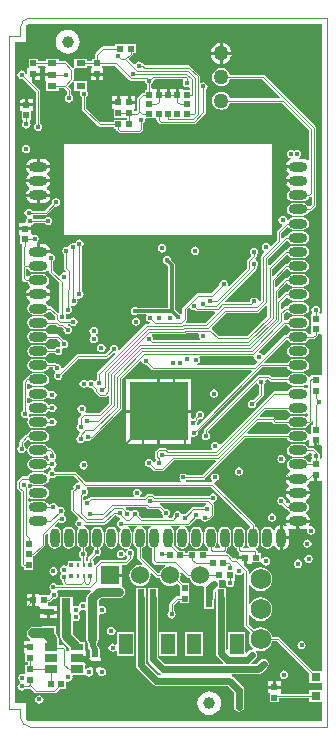
<source format=gtl>
G04*
G04 #@! TF.GenerationSoftware,Altium Limited,Altium Designer,20.2.6 (244)*
G04*
G04 Layer_Physical_Order=1*
G04 Layer_Color=255*
%FSLAX44Y44*%
%MOMM*%
G71*
G04*
G04 #@! TF.SameCoordinates,2E3406EB-8CA3-48A4-8E0D-F2ADFDB7BFFD*
G04*
G04*
G04 #@! TF.FilePolarity,Positive*
G04*
G01*
G75*
%ADD10C,0.5000*%
%ADD12C,0.2000*%
%ADD13C,0.1000*%
G04:AMPARAMS|DCode=18|XSize=1.6mm|YSize=0.8mm|CornerRadius=0.4mm|HoleSize=0mm|Usage=FLASHONLY|Rotation=0.000|XOffset=0mm|YOffset=0mm|HoleType=Round|Shape=RoundedRectangle|*
%AMROUNDEDRECTD18*
21,1,1.6000,0.0000,0,0,0.0*
21,1,0.8000,0.8000,0,0,0.0*
1,1,0.8000,0.4000,0.0000*
1,1,0.8000,-0.4000,0.0000*
1,1,0.8000,-0.4000,0.0000*
1,1,0.8000,0.4000,0.0000*
%
%ADD18ROUNDEDRECTD18*%
G04:AMPARAMS|DCode=19|XSize=0.8mm|YSize=1.6mm|CornerRadius=0.4mm|HoleSize=0mm|Usage=FLASHONLY|Rotation=0.000|XOffset=0mm|YOffset=0mm|HoleType=Round|Shape=RoundedRectangle|*
%AMROUNDEDRECTD19*
21,1,0.8000,0.8000,0,0,0.0*
21,1,0.0000,1.6000,0,0,0.0*
1,1,0.8000,0.0000,-0.4000*
1,1,0.8000,0.0000,-0.4000*
1,1,0.8000,0.0000,0.4000*
1,1,0.8000,0.0000,0.4000*
%
%ADD19ROUNDEDRECTD19*%
%ADD21R,0.5500X0.5500*%
%ADD23R,0.5500X0.5500*%
%ADD24R,0.3500X0.4500*%
%ADD25R,0.2500X0.4500*%
%ADD26R,0.9500X0.5500*%
%ADD27R,1.2000X1.8000*%
%ADD28R,0.6000X1.5500*%
%ADD29R,0.8000X0.5500*%
%ADD30R,1.0600X0.6500*%
%ADD31R,1.0600X0.6000*%
%ADD32R,0.8000X2.7000*%
%ADD33R,0.5000X0.5000*%
%ADD55R,5.0000X5.0000*%
%ADD56C,1.0000*%
%ADD57R,0.8000X0.8000*%
%ADD58C,1.2700*%
%ADD59C,0.8000*%
%ADD60C,0.1250*%
%ADD61C,0.8500*%
%ADD62C,0.6000*%
%ADD63C,0.4000*%
%ADD64C,0.3000*%
%ADD65C,1.7500*%
%ADD66R,1.5240X1.5240*%
%ADD67C,1.5240*%
%ADD68C,0.4500*%
G36*
X265000Y350567D02*
X263884Y349781D01*
X263523Y349896D01*
X263044Y351255D01*
X263297Y351634D01*
X263569Y353000D01*
X263297Y354366D01*
X262523Y355523D01*
X261366Y356297D01*
X260000Y356569D01*
X258634Y356297D01*
X257477Y355523D01*
X256703Y354366D01*
X256431Y353000D01*
X256703Y351634D01*
X257281Y350770D01*
X256919Y349758D01*
X256718Y349500D01*
X256000D01*
Y341770D01*
X256000Y341500D01*
Y340500D01*
X256000Y340230D01*
Y332971D01*
X254920Y332040D01*
X253945Y332048D01*
X252785Y333785D01*
X251048Y334945D01*
X249000Y335353D01*
X241000D01*
X238952Y334945D01*
X237215Y333785D01*
X236055Y332048D01*
X236027Y331912D01*
X234459D01*
X233727Y331766D01*
X233107Y331352D01*
X216119Y314364D01*
X214683Y314724D01*
X214148Y315523D01*
X212991Y316297D01*
X212412Y316412D01*
X211994Y317790D01*
X234292Y340088D01*
X236027D01*
X236055Y339952D01*
X237215Y338215D01*
X238952Y337055D01*
X241000Y336647D01*
X249000D01*
X251048Y337055D01*
X252785Y338215D01*
X253945Y339952D01*
X254353Y342000D01*
X253945Y344048D01*
X252785Y345785D01*
X251048Y346945D01*
X249000Y347353D01*
X241000D01*
X238952Y346945D01*
X237215Y345785D01*
X236055Y344048D01*
X236027Y343912D01*
X233500D01*
X232912Y344394D01*
Y349208D01*
X234991Y351287D01*
X236614Y351114D01*
X237215Y350215D01*
X238952Y349055D01*
X241000Y348647D01*
X249000D01*
X251048Y349055D01*
X252785Y350215D01*
X253945Y351952D01*
X254353Y354000D01*
X253945Y356048D01*
X252785Y357785D01*
X251048Y358945D01*
X249000Y359353D01*
X241000D01*
X238952Y358945D01*
X237215Y357785D01*
X236055Y356048D01*
X236027Y355912D01*
X235000D01*
X234268Y355766D01*
X233648Y355352D01*
X231585Y353289D01*
X230412Y353775D01*
Y358583D01*
X235029Y363200D01*
X236664Y363040D01*
X237215Y362215D01*
X238952Y361055D01*
X241000Y360647D01*
X249000D01*
X251048Y361055D01*
X252785Y362215D01*
X253945Y363952D01*
X254353Y366000D01*
X253945Y368049D01*
X252785Y369785D01*
X251048Y370945D01*
X249000Y371353D01*
X241000D01*
X238952Y370945D01*
X237215Y369785D01*
X236055Y368049D01*
X236027Y367912D01*
X235125D01*
X234393Y367766D01*
X233773Y367352D01*
X229085Y362664D01*
X227912Y363150D01*
Y368208D01*
X234991Y375287D01*
X236614Y375114D01*
X237215Y374215D01*
X238952Y373055D01*
X241000Y372647D01*
X249000D01*
X251048Y373055D01*
X252785Y374215D01*
X253945Y375952D01*
X254353Y378000D01*
X253945Y380048D01*
X252785Y381785D01*
X251048Y382945D01*
X249000Y383353D01*
X241000D01*
X238952Y382945D01*
X237215Y381785D01*
X236055Y380048D01*
X236027Y379912D01*
X235000D01*
X234268Y379766D01*
X233648Y379352D01*
X226585Y372289D01*
X225412Y372775D01*
Y377708D01*
X234991Y387287D01*
X236614Y387114D01*
X237215Y386215D01*
X238952Y385055D01*
X241000Y384647D01*
X249000D01*
X251048Y385055D01*
X252785Y386215D01*
X253945Y387952D01*
X254353Y390000D01*
X253945Y392048D01*
X252785Y393785D01*
X251048Y394945D01*
X249000Y395353D01*
X241000D01*
X238952Y394945D01*
X237215Y393785D01*
X236055Y392048D01*
X236027Y391912D01*
X235000D01*
X234268Y391766D01*
X233648Y391352D01*
X224085Y381788D01*
X222912Y382275D01*
Y387208D01*
X234991Y399287D01*
X236614Y399114D01*
X237215Y398215D01*
X238952Y397055D01*
X241000Y396647D01*
X249000D01*
X251048Y397055D01*
X252785Y398215D01*
X253945Y399952D01*
X254353Y402000D01*
X253945Y404048D01*
X252785Y405785D01*
X251048Y406945D01*
X249000Y407353D01*
X241000D01*
X238952Y406945D01*
X237215Y405785D01*
X236055Y404048D01*
X236027Y403912D01*
X235000D01*
X234268Y403766D01*
X233648Y403352D01*
X221085Y390789D01*
X219912Y391275D01*
Y395839D01*
X235127Y411054D01*
X236762Y410893D01*
X237215Y410215D01*
X238952Y409055D01*
X241000Y408647D01*
X249000D01*
X251048Y409055D01*
X252785Y410215D01*
X253945Y411952D01*
X254353Y414000D01*
X253945Y416048D01*
X252785Y417785D01*
X251048Y418945D01*
X249000Y419353D01*
X241000D01*
X238952Y418945D01*
X237215Y417785D01*
X236055Y416048D01*
X235979Y415667D01*
X235125D01*
X234393Y415522D01*
X233773Y415108D01*
X232210Y413545D01*
X231037Y414030D01*
Y418333D01*
X235587Y422884D01*
X236851Y422759D01*
X237215Y422215D01*
X238952Y421055D01*
X241000Y420647D01*
X249000D01*
X251048Y421055D01*
X252785Y422215D01*
X253945Y423952D01*
X254353Y426000D01*
X253945Y428048D01*
X252785Y429785D01*
X251048Y430945D01*
X249000Y431353D01*
X241000D01*
X238952Y430945D01*
X237215Y429785D01*
X236796Y429159D01*
X235476Y429468D01*
X235297Y430366D01*
X234523Y431523D01*
X233366Y432297D01*
X232000Y432569D01*
X230634Y432297D01*
X229477Y431523D01*
X228703Y430366D01*
X228431Y429000D01*
X228703Y427634D01*
X229477Y426477D01*
X230634Y425703D01*
X231109Y425609D01*
X231527Y424231D01*
X227773Y420477D01*
X227359Y419857D01*
X227213Y419125D01*
Y412083D01*
X222494Y407364D01*
X221058Y407724D01*
X220523Y408523D01*
X219366Y409297D01*
X218000Y409569D01*
X216634Y409297D01*
X215477Y408523D01*
X214703Y407366D01*
X214431Y406000D01*
X214703Y404634D01*
X215477Y403477D01*
X216276Y402942D01*
X216636Y401506D01*
X214148Y399018D01*
X213734Y398398D01*
X213588Y397666D01*
Y361319D01*
X212641Y360512D01*
X211391Y360891D01*
X211297Y361366D01*
X210523Y362523D01*
X209366Y363297D01*
X208000Y363569D01*
X206634Y363297D01*
X205477Y362523D01*
X204703Y361366D01*
X204431Y360000D01*
X203949Y359412D01*
X183775D01*
X183289Y360585D01*
X209352Y386648D01*
X209766Y387268D01*
X209912Y388000D01*
Y389068D01*
X210523Y389477D01*
X211297Y390634D01*
X211569Y392000D01*
X211297Y393366D01*
X210523Y394523D01*
X209366Y395297D01*
X209308Y395308D01*
X208890Y396686D01*
X209352Y397148D01*
X209766Y397768D01*
X209912Y398500D01*
Y399068D01*
X210523Y399477D01*
X211297Y400634D01*
X211569Y402000D01*
X211297Y403366D01*
X210523Y404523D01*
X209366Y405297D01*
X208000Y405569D01*
X206634Y405297D01*
X205477Y404523D01*
X204703Y403366D01*
X204431Y402000D01*
X204703Y400634D01*
X205477Y399477D01*
X205548Y398752D01*
X202523Y395727D01*
X202109Y395107D01*
X201963Y394375D01*
Y388667D01*
X186385Y373088D01*
X185838Y373363D01*
X185337Y373837D01*
X185569Y375000D01*
X185297Y376366D01*
X184523Y377523D01*
X183366Y378297D01*
X182000Y378569D01*
X180634Y378297D01*
X179477Y377523D01*
X178703Y376366D01*
X178431Y375000D01*
X178575Y374279D01*
X171208Y366912D01*
X160000D01*
X159268Y366766D01*
X158648Y366352D01*
X147648Y355352D01*
X147234Y354732D01*
X147088Y354000D01*
Y349715D01*
X146591Y349392D01*
X145818Y349160D01*
X144866Y349797D01*
X144084Y349952D01*
X140875Y353161D01*
Y390929D01*
X140661Y392002D01*
X140054Y392912D01*
X137470Y395495D01*
X137297Y396366D01*
X136523Y397523D01*
X135366Y398297D01*
X134000Y398569D01*
X132634Y398297D01*
X131477Y397523D01*
X130703Y396366D01*
X130431Y395000D01*
X130703Y393634D01*
X131477Y392477D01*
X132634Y391703D01*
X133505Y391530D01*
X135267Y389767D01*
Y354804D01*
X109103D01*
X108366Y355297D01*
X107000Y355569D01*
X105634Y355297D01*
X104477Y354523D01*
X103703Y353366D01*
X103431Y352000D01*
X103703Y350634D01*
X104477Y349477D01*
X105634Y348703D01*
X107000Y348431D01*
X108366Y348703D01*
X109103Y349196D01*
X116399D01*
X117078Y347926D01*
X116703Y347366D01*
X116431Y346000D01*
X116703Y344634D01*
X117477Y343477D01*
X118634Y342703D01*
X119370Y342557D01*
X119245Y341287D01*
X117125D01*
X116393Y341141D01*
X115773Y340727D01*
X93570Y318523D01*
X92399Y319149D01*
X92569Y320000D01*
X92297Y321366D01*
X91523Y322523D01*
X90366Y323297D01*
X89000Y323569D01*
X87634Y323297D01*
X86477Y322523D01*
X85703Y321366D01*
X85431Y320000D01*
X85575Y319279D01*
X81708Y315412D01*
X58500D01*
X57769Y315266D01*
X57149Y314852D01*
X45756Y303459D01*
X44797Y303896D01*
X44557Y304056D01*
X44297Y305366D01*
X43523Y306523D01*
X42366Y307297D01*
X41000Y307569D01*
X40251Y307419D01*
X39732Y307766D01*
X39000Y307912D01*
X33973D01*
X33945Y308048D01*
X32785Y309785D01*
X31048Y310945D01*
X29000Y311353D01*
X21000D01*
X18952Y310945D01*
X17215Y309785D01*
X16055Y308048D01*
X15647Y306000D01*
X16055Y303952D01*
X17215Y302215D01*
X18952Y301055D01*
X21000Y300647D01*
X29000D01*
X31048Y301055D01*
X32785Y302215D01*
X33945Y303952D01*
X33973Y304088D01*
X37359D01*
X37431Y304000D01*
X37703Y302634D01*
X38477Y301477D01*
X39296Y300929D01*
X39486Y299593D01*
X39476Y299523D01*
X38703Y298365D01*
X38431Y296999D01*
X38703Y295634D01*
X39477Y294476D01*
X40634Y293703D01*
X42000Y293431D01*
X43366Y293703D01*
X44523Y294476D01*
X45297Y295634D01*
X45568Y296999D01*
X45425Y297721D01*
X59292Y311588D01*
X82500D01*
X83232Y311734D01*
X83852Y312148D01*
X88279Y316575D01*
X89000Y316431D01*
X89851Y316601D01*
X90477Y315430D01*
X75148Y300102D01*
X74734Y299482D01*
X74588Y298750D01*
Y293682D01*
X73977Y293273D01*
X73763Y292954D01*
X72539Y292529D01*
X72206Y292735D01*
X71366Y293297D01*
X70000Y293569D01*
X68634Y293297D01*
X67477Y292523D01*
X66153Y292829D01*
X66023Y293023D01*
X64866Y293797D01*
X63500Y294069D01*
X62134Y293797D01*
X60977Y293023D01*
X60203Y291866D01*
X59931Y290500D01*
X60203Y289134D01*
X60977Y287977D01*
X62134Y287203D01*
X63500Y286931D01*
X64866Y287203D01*
X66023Y287977D01*
X67347Y287671D01*
X67477Y287477D01*
X68634Y286703D01*
X70000Y286431D01*
X70722Y286575D01*
X72295Y285002D01*
Y284460D01*
X72440Y283728D01*
X72855Y283108D01*
X76439Y279523D01*
X77060Y279109D01*
X77791Y278963D01*
X81209D01*
X81940Y279109D01*
X82560Y279523D01*
X83790Y280753D01*
X84963Y280267D01*
Y274202D01*
X76673Y265912D01*
X65508D01*
X64829Y267182D01*
X65132Y267634D01*
X65403Y269000D01*
X65132Y270366D01*
X64358Y271523D01*
X63200Y272297D01*
X61835Y272569D01*
X60469Y272297D01*
X59311Y271523D01*
X58538Y270366D01*
X58266Y269000D01*
X58538Y267634D01*
X59311Y266477D01*
X60469Y265703D01*
X61082Y265581D01*
X61500Y264203D01*
X59648Y262352D01*
X59234Y261731D01*
X59088Y261000D01*
Y256432D01*
X58477Y256023D01*
X57703Y254866D01*
X57431Y253500D01*
X57703Y252134D01*
X58477Y250977D01*
X59634Y250203D01*
X59692Y250192D01*
X60110Y248814D01*
X59648Y248352D01*
X59234Y247732D01*
X59088Y247000D01*
Y246432D01*
X58477Y246023D01*
X57703Y244866D01*
X57431Y243500D01*
X57703Y242134D01*
X58477Y240977D01*
X59634Y240203D01*
X61000Y239931D01*
X62366Y240203D01*
X63523Y240977D01*
X63997Y241686D01*
X65507Y242204D01*
X65509Y242203D01*
X66875Y241931D01*
X68240Y242203D01*
X69398Y242977D01*
X69807Y243588D01*
X70500D01*
X71232Y243734D01*
X71852Y244148D01*
X95727Y268023D01*
X96141Y268643D01*
X96287Y269375D01*
Y294583D01*
X111231Y309527D01*
X112609Y309109D01*
X112703Y308634D01*
X113477Y307477D01*
X114634Y306703D01*
X116000Y306431D01*
X116721Y306575D01*
X120773Y302523D01*
X121393Y302109D01*
X122125Y301963D01*
X205600D01*
X206086Y300790D01*
X160384Y255088D01*
X159839Y255362D01*
X159337Y255837D01*
X159568Y256999D01*
X159425Y257721D01*
X160268Y258564D01*
X160683Y259185D01*
X160749Y259517D01*
X161823Y260370D01*
X161969Y260437D01*
X162000Y260431D01*
X163365Y260703D01*
X164523Y261476D01*
X165297Y262634D01*
X165568Y264000D01*
X165297Y265365D01*
X164523Y266523D01*
X163365Y267296D01*
X162000Y267568D01*
X160634Y267296D01*
X159476Y266523D01*
X158703Y265365D01*
X158431Y264000D01*
X158575Y263278D01*
X157565Y262268D01*
X157150Y261648D01*
X157133Y261561D01*
X156000Y260568D01*
X155810Y260530D01*
X154540Y261573D01*
Y265730D01*
X128270D01*
Y239460D01*
X154540D01*
Y245118D01*
X154997Y245362D01*
X155810Y245668D01*
X157000Y245431D01*
X158366Y245703D01*
X159523Y246477D01*
X160297Y247634D01*
X160569Y249000D01*
X160425Y249722D01*
X214792Y304088D01*
X236027D01*
X236055Y303952D01*
X237215Y302215D01*
X238952Y301055D01*
X241000Y300647D01*
X249000D01*
X251048Y301055D01*
X252785Y302215D01*
X253945Y303952D01*
X254353Y306000D01*
X253945Y308048D01*
X252785Y309785D01*
X251048Y310945D01*
X249000Y311353D01*
X241000D01*
X238952Y310945D01*
X237215Y309785D01*
X236055Y308048D01*
X236027Y307912D01*
X216733D01*
X216247Y309085D01*
X234832Y327670D01*
X235053Y327721D01*
X236307Y327574D01*
X237215Y326215D01*
X238952Y325055D01*
X241000Y324647D01*
X249000D01*
X251048Y325055D01*
X252785Y326215D01*
X253945Y327952D01*
X253973Y328088D01*
X258000D01*
X258732Y328234D01*
X259352Y328648D01*
X261352Y330648D01*
X261766Y331268D01*
X261912Y332000D01*
Y332500D01*
X263730D01*
X264000Y332500D01*
X265000Y331848D01*
Y298152D01*
X264000Y297500D01*
X256000D01*
Y296687D01*
X254744Y295878D01*
X254077Y296020D01*
X254003Y296048D01*
X253798Y296269D01*
X252785Y297785D01*
X251048Y298945D01*
X249000Y299353D01*
X241000D01*
X238952Y298945D01*
X237215Y297785D01*
X236055Y296049D01*
X236027Y295912D01*
X222792D01*
X221227Y297477D01*
X220607Y297891D01*
X219875Y298037D01*
X212291D01*
X211560Y297891D01*
X210940Y297477D01*
X165648Y252185D01*
X165234Y251565D01*
X165088Y250834D01*
Y248932D01*
X164477Y248523D01*
X163703Y247366D01*
X163431Y246000D01*
X163703Y244634D01*
X164477Y243477D01*
X165634Y242703D01*
X167000Y242431D01*
X168366Y242703D01*
X169523Y243477D01*
X170297Y244634D01*
X170569Y246000D01*
X170297Y247366D01*
X169523Y248523D01*
X169060Y248833D01*
X168984Y250114D01*
X209506Y290636D01*
X210942Y290276D01*
X211477Y289477D01*
X212088Y289068D01*
Y281792D01*
X206721Y276425D01*
X206000Y276569D01*
X204634Y276297D01*
X203477Y275523D01*
X202703Y274366D01*
X202431Y273000D01*
X202703Y271634D01*
X203477Y270477D01*
X204634Y269703D01*
X206000Y269431D01*
X207366Y269703D01*
X208523Y270477D01*
X209297Y271634D01*
X209569Y273000D01*
X209425Y273721D01*
X215352Y279648D01*
X215766Y280268D01*
X215912Y281000D01*
Y289068D01*
X216523Y289477D01*
X217297Y290634D01*
X217569Y292000D01*
X217403Y292831D01*
X218149Y293906D01*
X219296Y294000D01*
X220648Y292648D01*
X221268Y292234D01*
X222000Y292088D01*
X236027D01*
X236055Y291952D01*
X237215Y290215D01*
X238952Y289055D01*
X241000Y288647D01*
X249000D01*
X251048Y289055D01*
X251818Y289569D01*
X253088Y288890D01*
Y287110D01*
X251818Y286431D01*
X251048Y286945D01*
X249000Y287353D01*
X241000D01*
X238952Y286945D01*
X237215Y285785D01*
X236055Y284049D01*
X236027Y283912D01*
X225095D01*
X224364Y283766D01*
X223743Y283352D01*
X179537Y239145D01*
X178162Y239567D01*
X177523Y240523D01*
X176366Y241297D01*
X175000Y241569D01*
X173634Y241297D01*
X172477Y240523D01*
X171703Y239366D01*
X171431Y238000D01*
X171703Y236634D01*
X172340Y235682D01*
X172108Y234909D01*
X171784Y234412D01*
X135292D01*
X134227Y235477D01*
X133607Y235891D01*
X132875Y236037D01*
X127732D01*
X127001Y235891D01*
X126381Y235477D01*
X124523Y233619D01*
X124109Y232999D01*
X123963Y232268D01*
Y228291D01*
X124109Y227560D01*
X124478Y227007D01*
X124522Y226892D01*
X124477Y225523D01*
X123703Y224366D01*
X123647Y224086D01*
X122353D01*
X122297Y224366D01*
X121523Y225523D01*
X120366Y226297D01*
X119000Y226569D01*
X117634Y226297D01*
X116477Y225523D01*
X115703Y224366D01*
X115431Y223000D01*
X115703Y221634D01*
X116477Y220477D01*
X117634Y219703D01*
X119000Y219431D01*
X119721Y219575D01*
X122648Y216648D01*
X123268Y216234D01*
X124000Y216088D01*
X130000D01*
X130732Y216234D01*
X131352Y216648D01*
X140292Y225588D01*
X174927D01*
X175413Y224415D01*
X163910Y212912D01*
X150932D01*
X150523Y213523D01*
X149366Y214297D01*
X148000Y214569D01*
X146634Y214297D01*
X145477Y213523D01*
X144703Y212366D01*
X144431Y211000D01*
X144703Y209634D01*
X145477Y208477D01*
X145918Y208182D01*
X145533Y206912D01*
X65792D01*
X57352Y215352D01*
X56732Y215766D01*
X56000Y215912D01*
X39932D01*
X39523Y216523D01*
X38366Y217297D01*
X38086Y217353D01*
Y218647D01*
X38366Y218703D01*
X39523Y219477D01*
X40297Y220634D01*
X40569Y222000D01*
X40297Y223366D01*
X39523Y224523D01*
X39080Y224820D01*
Y226347D01*
X39273Y226477D01*
X40047Y227634D01*
X40319Y229000D01*
X40047Y230366D01*
X39273Y231523D01*
X38662Y231932D01*
Y232125D01*
X38516Y232857D01*
X38102Y233477D01*
X36227Y235352D01*
X35607Y235766D01*
X34875Y235912D01*
X33973D01*
X33945Y236048D01*
X32785Y237785D01*
X31048Y238945D01*
X29000Y239353D01*
X21000D01*
X18952Y238945D01*
X17215Y237785D01*
X16055Y236048D01*
X15892Y235230D01*
X15805Y234796D01*
X14569Y235000D01*
X14484Y235426D01*
X14297Y236366D01*
X13523Y237523D01*
X12912Y237932D01*
Y240208D01*
X15587Y242884D01*
X16851Y242759D01*
X17215Y242215D01*
X18952Y241055D01*
X21000Y240647D01*
X29000D01*
X31048Y241055D01*
X32785Y242215D01*
X33945Y243952D01*
X34353Y246000D01*
X33945Y248048D01*
X32785Y249785D01*
X31048Y250945D01*
X29000Y251353D01*
X21000D01*
X18952Y250945D01*
X17215Y249785D01*
X16055Y248048D01*
X16027Y247912D01*
X16000D01*
X15268Y247766D01*
X14648Y247352D01*
X9648Y242352D01*
X9234Y241732D01*
X9088Y241000D01*
Y237932D01*
X8477Y237523D01*
X7703Y236366D01*
X7431Y235000D01*
X7703Y233634D01*
X8477Y232477D01*
X9634Y231703D01*
X11000Y231431D01*
X12366Y231703D01*
X13523Y232477D01*
X14297Y233634D01*
X14410Y234204D01*
X15647Y234000D01*
X15732Y233574D01*
X16055Y231952D01*
X17215Y230215D01*
X18952Y229055D01*
X21000Y228647D01*
X29000D01*
X31048Y229055D01*
X32027Y229709D01*
X33181Y229000D01*
X33453Y227634D01*
X33960Y226875D01*
X33889Y225522D01*
X33790Y225241D01*
X33400Y224984D01*
X33289Y225031D01*
X32785Y225785D01*
X31048Y226945D01*
X29000Y227353D01*
X21000D01*
X18952Y226945D01*
X17215Y225785D01*
X16055Y224048D01*
X15647Y222000D01*
X16055Y219952D01*
X17215Y218215D01*
X18952Y217055D01*
X21000Y216647D01*
X29000D01*
X31048Y217055D01*
X32785Y218215D01*
X33289Y218969D01*
X34477Y219477D01*
X35634Y218703D01*
X35914Y218647D01*
Y217353D01*
X35634Y217297D01*
X34477Y216523D01*
X33703Y215366D01*
X33574Y214716D01*
X32200Y214176D01*
X31048Y214945D01*
X29000Y215353D01*
X21000D01*
X18952Y214945D01*
X17215Y213785D01*
X16055Y212048D01*
X16027Y211912D01*
X11750D01*
X11018Y211766D01*
X10398Y211352D01*
X7773Y208727D01*
X7359Y208107D01*
X7213Y207375D01*
Y202375D01*
X7359Y201643D01*
X7773Y201023D01*
X10088Y198708D01*
Y138000D01*
X10234Y137268D01*
X10648Y136648D01*
X11648Y135648D01*
X12268Y135234D01*
X13000Y135088D01*
Y133000D01*
X21000D01*
Y141000D01*
X21000D01*
X21000Y142000D01*
X21000D01*
Y144089D01*
X21000D01*
X21732Y144234D01*
X22352Y144649D01*
X30352Y152648D01*
X30766Y153268D01*
X30912Y154000D01*
Y162458D01*
X32377Y163923D01*
X33647Y163398D01*
Y156000D01*
X34055Y153952D01*
X35215Y152215D01*
X36952Y151055D01*
X39000Y150647D01*
X41048Y151055D01*
X42785Y152215D01*
X43945Y153952D01*
X44353Y156000D01*
Y164000D01*
X43945Y166048D01*
X42785Y167785D01*
X41048Y168945D01*
X39502Y169253D01*
X39004Y170550D01*
X41979Y173526D01*
X42477Y173477D01*
X43634Y172703D01*
X45000Y172431D01*
X46366Y172703D01*
X47523Y173477D01*
X48297Y174634D01*
X48569Y176000D01*
X48297Y177366D01*
X47523Y178523D01*
X46705Y179070D01*
X46514Y180409D01*
X46523Y180477D01*
X47297Y181634D01*
X47569Y183000D01*
X47297Y184366D01*
X46523Y185523D01*
X45366Y186297D01*
X44000Y186569D01*
X42634Y186297D01*
X41373Y186982D01*
X41297Y187366D01*
X40523Y188523D01*
X39366Y189297D01*
X38000Y189569D01*
X36634Y189297D01*
X35477Y188523D01*
X35212Y188127D01*
X34369Y188075D01*
X33909Y188102D01*
X32785Y189785D01*
X31048Y190945D01*
X29000Y191353D01*
X21000D01*
X18952Y190945D01*
X18057Y190348D01*
X16787Y191026D01*
Y192973D01*
X18057Y193652D01*
X18952Y193055D01*
X21000Y192647D01*
X29000D01*
X31048Y193055D01*
X32785Y194215D01*
X33945Y195952D01*
X34353Y198000D01*
X33945Y200048D01*
X32785Y201785D01*
X31048Y202945D01*
X29000Y203353D01*
X21000D01*
X18952Y202945D01*
X18057Y202348D01*
X17575Y202453D01*
X16716Y202979D01*
X16641Y203356D01*
X16641Y203357D01*
X16819Y204250D01*
X16657Y205060D01*
X17800Y205824D01*
X18952Y205055D01*
X21000Y204647D01*
X29000D01*
X31048Y205055D01*
X32785Y206215D01*
X33945Y207952D01*
X34353Y210000D01*
X34346Y210037D01*
X35489Y210800D01*
X35634Y210703D01*
X37000Y210431D01*
X38366Y210703D01*
X39523Y211477D01*
X39932Y212088D01*
X55208D01*
X59664Y207632D01*
X59039Y206462D01*
X58500Y206569D01*
X57134Y206297D01*
X55977Y205524D01*
X55203Y204366D01*
X54931Y203000D01*
X55075Y202279D01*
X53523Y200727D01*
X53109Y200107D01*
X52963Y199375D01*
Y183589D01*
X53109Y182858D01*
X53523Y182238D01*
X59080Y176681D01*
X58662Y175303D01*
X58634Y175297D01*
X57477Y174523D01*
X56703Y173366D01*
X56431Y172000D01*
X56703Y170634D01*
X57477Y169477D01*
X58484Y168803D01*
X58622Y168612D01*
X58682Y168480D01*
X58925Y167351D01*
X58055Y166048D01*
X57647Y164000D01*
Y156000D01*
X58055Y153952D01*
X59215Y152215D01*
X60952Y151055D01*
X61088Y151027D01*
Y148932D01*
X60477Y148523D01*
X59703Y147366D01*
X59431Y146000D01*
X59703Y144634D01*
X60477Y143477D01*
X61338Y142901D01*
Y140250D01*
X57270D01*
X56000Y140250D01*
Y140250D01*
X56000D01*
Y140250D01*
X50000D01*
Y136732D01*
X48730Y136053D01*
X48366Y136297D01*
X47000Y136569D01*
X45634Y136297D01*
X44477Y135523D01*
X43703Y134366D01*
X43431Y133000D01*
X43703Y131634D01*
X44477Y130477D01*
Y129523D01*
X43703Y128366D01*
X43431Y127000D01*
X43703Y125634D01*
X44477Y124477D01*
X45088Y124068D01*
Y123000D01*
X45234Y122268D01*
X45648Y121648D01*
X46211Y121085D01*
X45725Y119912D01*
X40932D01*
X40523Y120523D01*
X39366Y121297D01*
X38000Y121569D01*
X36634Y121297D01*
X35477Y120523D01*
X34703Y119366D01*
X34431Y118000D01*
X34703Y116634D01*
X35404Y115585D01*
X35478Y115380D01*
X35500Y113934D01*
X34953Y113116D01*
X34724Y111964D01*
X34100Y111507D01*
X33486Y111250D01*
X26040D01*
Y112540D01*
X22020D01*
Y107250D01*
Y101960D01*
X25440D01*
X26040Y101960D01*
X26710Y100968D01*
Y98270D01*
X41290D01*
Y102290D01*
X34498D01*
X33750Y103250D01*
X33750Y103560D01*
Y105338D01*
X34000D01*
X34732Y105484D01*
X35352Y105898D01*
X37737Y108284D01*
X38250Y108181D01*
X39616Y108453D01*
X40773Y109227D01*
X41547Y110384D01*
X41819Y111750D01*
X41547Y113116D01*
X40846Y114165D01*
X40772Y114370D01*
X40764Y114888D01*
X41911Y116088D01*
X68972D01*
X69031Y116027D01*
X69591Y114911D01*
X67215Y112535D01*
X66055Y110799D01*
X65846Y109750D01*
X65750D01*
Y109267D01*
X65647Y108750D01*
Y105968D01*
X64377Y105289D01*
X64366Y105297D01*
X63000Y105569D01*
X61634Y105297D01*
X60477Y104523D01*
X59703Y103366D01*
X59627Y102982D01*
X58366Y102297D01*
X57000Y102568D01*
X55634Y102297D01*
X55520Y102220D01*
X54250Y102899D01*
Y109750D01*
X43750D01*
Y95517D01*
X43647Y95000D01*
Y76500D01*
X44055Y74452D01*
X45215Y72715D01*
X51450Y66480D01*
Y63790D01*
X50160D01*
Y63790D01*
X48912Y63843D01*
Y66000D01*
X48766Y66732D01*
X48352Y67352D01*
X47352Y68352D01*
X46732Y68766D01*
X46000Y68912D01*
X42550D01*
Y70710D01*
X42608Y71000D01*
Y74000D01*
X42608Y74000D01*
X42181Y76146D01*
X40965Y77965D01*
X40000Y78931D01*
Y85000D01*
X28000D01*
Y84608D01*
X21000D01*
X18854Y84181D01*
X17035Y82965D01*
X15819Y81146D01*
X15392Y79000D01*
X15819Y76854D01*
X17035Y75035D01*
X18493Y74060D01*
X18108Y72790D01*
X12710D01*
Y68770D01*
X18000D01*
Y66230D01*
X12710D01*
Y62210D01*
X14000D01*
Y54500D01*
X16088D01*
Y52500D01*
X14000D01*
Y45352D01*
X13753Y45090D01*
X12734Y44491D01*
X11750Y44687D01*
X10384Y44415D01*
X9227Y43642D01*
X8453Y42484D01*
X8181Y41118D01*
X8453Y39753D01*
X9227Y38595D01*
X9346Y38515D01*
X9410Y38242D01*
X9259Y37046D01*
X8477Y36523D01*
X7703Y35366D01*
X7431Y34000D01*
X7703Y32634D01*
X8477Y31477D01*
X9634Y30703D01*
X11000Y30431D01*
X12366Y30703D01*
X13523Y31477D01*
X13932Y32088D01*
X16594D01*
X17325Y32234D01*
X17945Y32648D01*
X18000Y32703D01*
X22054Y28648D01*
X22675Y28234D01*
X23406Y28088D01*
X38500D01*
X39232Y28234D01*
X39852Y28648D01*
X43204Y32000D01*
X48500D01*
Y37508D01*
X49770Y38339D01*
X50563Y38181D01*
X51928Y38453D01*
X53086Y39227D01*
X53859Y40384D01*
X54131Y41750D01*
X53936Y42730D01*
X54680Y44000D01*
X64550D01*
X65576Y43410D01*
X66634Y42703D01*
X68000Y42431D01*
X69366Y42703D01*
X70523Y43477D01*
X71297Y44634D01*
X71569Y46000D01*
X71523Y46228D01*
X71730Y46480D01*
Y51230D01*
X67710D01*
Y49511D01*
X66634Y49297D01*
X65820Y48753D01*
X64694Y49192D01*
X64550Y49315D01*
Y52210D01*
X65840D01*
Y56730D01*
X58000D01*
Y59270D01*
X65840D01*
Y63790D01*
X64550D01*
Y71750D01*
X60977D01*
X60285Y72785D01*
X54353Y78717D01*
Y89032D01*
X55623Y89711D01*
X55634Y89703D01*
X57000Y89431D01*
X58366Y89703D01*
X59523Y90477D01*
X60297Y91634D01*
X60568Y93000D01*
X60297Y94365D01*
X59523Y95523D01*
Y96476D01*
X60297Y97634D01*
X60373Y98018D01*
X61634Y98703D01*
X63000Y98431D01*
X64366Y98703D01*
X64377Y98711D01*
X65647Y98032D01*
Y95000D01*
Y74000D01*
X66055Y71952D01*
X67215Y70215D01*
X67302Y70157D01*
Y67875D01*
X67593Y66412D01*
X68421Y65171D01*
X69000Y64593D01*
Y57790D01*
X67710D01*
Y53770D01*
X73000D01*
X78290D01*
Y57790D01*
X77000D01*
Y65500D01*
X76823D01*
Y66000D01*
X76532Y67463D01*
X75704Y68704D01*
X74948Y69459D01*
Y70459D01*
X75945Y71952D01*
X76353Y74000D01*
Y94622D01*
X77114Y95237D01*
X77144Y95256D01*
X77623Y95411D01*
X78754Y95186D01*
X80119Y95458D01*
X81277Y96231D01*
X82051Y97389D01*
X82322Y98755D01*
X82051Y100120D01*
X81277Y101278D01*
X80119Y102052D01*
X78754Y102323D01*
X77623Y102098D01*
X76353Y102771D01*
Y106533D01*
X78467Y108647D01*
X93500D01*
X95548Y109055D01*
X97285Y110215D01*
X98445Y111952D01*
X98853Y114000D01*
X98445Y116048D01*
X97285Y117785D01*
X96060Y118603D01*
Y126730D01*
X85900D01*
Y129270D01*
X96060D01*
Y137088D01*
X99000D01*
X99732Y137234D01*
X100352Y137648D01*
X104352Y141648D01*
X104766Y142268D01*
X104912Y143000D01*
Y144068D01*
X105523Y144477D01*
X106297Y145634D01*
X106569Y147000D01*
X106297Y148366D01*
X105523Y149523D01*
X104366Y150297D01*
X103000Y150569D01*
X102440Y150457D01*
X101945Y151654D01*
X102785Y152215D01*
X103945Y153952D01*
X104353Y156000D01*
Y164000D01*
X103945Y166048D01*
X102785Y167785D01*
X101239Y168818D01*
X101290Y169633D01*
X101450Y170088D01*
X108550D01*
X108710Y169633D01*
X108761Y168818D01*
X107215Y167785D01*
X106055Y166048D01*
X105647Y164000D01*
Y156000D01*
X106055Y153952D01*
X107215Y152215D01*
X108952Y151055D01*
X109088Y151027D01*
Y143000D01*
X109234Y142268D01*
X109648Y141648D01*
X113337Y137959D01*
X112744Y136756D01*
X111300Y136946D01*
X108984Y136642D01*
X106827Y135748D01*
X104974Y134326D01*
X103552Y132473D01*
X102658Y130316D01*
X102353Y128000D01*
X102658Y125684D01*
X103552Y123527D01*
X104974Y121674D01*
X106827Y120252D01*
X108984Y119358D01*
X111300Y119053D01*
X113616Y119358D01*
X115773Y120252D01*
X117626Y121674D01*
X119048Y123527D01*
X119942Y125684D01*
X120246Y128000D01*
X120056Y129444D01*
X121259Y130037D01*
X124648Y126648D01*
X125268Y126234D01*
X126000Y126088D01*
X128005D01*
X128058Y125684D01*
X128952Y123527D01*
X130374Y121674D01*
X132227Y120252D01*
X134384Y119358D01*
X136700Y119053D01*
X139016Y119358D01*
X141173Y120252D01*
X142628Y121368D01*
X145000Y118996D01*
Y113770D01*
X145000Y113500D01*
Y112500D01*
X145000Y112230D01*
Y110412D01*
X142500D01*
X141768Y110266D01*
X141148Y109852D01*
X136648Y105352D01*
X136234Y104732D01*
X136088Y104000D01*
Y97932D01*
X135477Y97523D01*
X134703Y96366D01*
X134431Y95000D01*
X134703Y93634D01*
X135477Y92477D01*
X136634Y91703D01*
X138000Y91431D01*
X139366Y91703D01*
X140523Y92477D01*
X141297Y93634D01*
X141569Y95000D01*
X141297Y96366D01*
X140523Y97523D01*
X139912Y97932D01*
Y103208D01*
X143292Y106588D01*
X145000D01*
Y104500D01*
X153000D01*
Y112230D01*
X153000Y112500D01*
Y113500D01*
X153000Y113770D01*
Y121500D01*
X147904D01*
X144867Y124537D01*
X145342Y125684D01*
X145646Y128000D01*
X145365Y130135D01*
X145739Y130473D01*
X146515Y130781D01*
X150648Y126648D01*
X151268Y126234D01*
X152000Y126088D01*
X153405D01*
X153458Y125684D01*
X154352Y123527D01*
X155774Y121674D01*
X157627Y120252D01*
X159784Y119358D01*
X162100Y119053D01*
X164415Y119358D01*
X164614Y119440D01*
X165718Y118579D01*
X165750Y117750D01*
D01*
X165667Y117000D01*
Y108750D01*
X165750Y108331D01*
Y99750D01*
X174250D01*
Y108331D01*
X174333Y108750D01*
Y114175D01*
X174480Y114273D01*
X175750Y113594D01*
Y109169D01*
X175667Y108750D01*
Y61990D01*
X175997Y60331D01*
X176936Y58925D01*
X181758Y54103D01*
X181232Y52833D01*
X132295D01*
X126333Y58795D01*
Y108750D01*
X126250Y109169D01*
Y117750D01*
X117750D01*
Y109169D01*
X117667Y108750D01*
Y57000D01*
X117997Y55342D01*
X118936Y53936D01*
X127436Y45436D01*
X128682Y44603D01*
X128679Y43986D01*
X128471Y43333D01*
X126795D01*
X116333Y53795D01*
Y108750D01*
X116250Y109169D01*
Y117750D01*
X107750D01*
Y109169D01*
X107667Y108750D01*
Y52000D01*
X107997Y50342D01*
X108936Y48936D01*
X121936Y35936D01*
X123342Y34997D01*
X125000Y34667D01*
X185205D01*
X190667Y29205D01*
Y17000D01*
X190997Y15342D01*
X191936Y13936D01*
X193342Y12997D01*
X195000Y12667D01*
X196658Y12997D01*
X198064Y13936D01*
X199003Y15342D01*
X199333Y17000D01*
Y31000D01*
X199003Y32658D01*
X198064Y34064D01*
X190064Y42064D01*
X188818Y42897D01*
X188821Y43514D01*
X189029Y44167D01*
X211500D01*
X213158Y44497D01*
X214564Y45436D01*
X219064Y49936D01*
X220003Y51342D01*
X220333Y53000D01*
X220003Y54658D01*
X219064Y56064D01*
X217658Y57003D01*
X216000Y57333D01*
X214342Y57003D01*
X212936Y56064D01*
X209705Y52833D01*
X205757D01*
X205231Y54103D01*
X209064Y57936D01*
X210003Y59342D01*
X210333Y61000D01*
X210003Y62658D01*
X209437Y63506D01*
X210279Y64531D01*
X210700Y64357D01*
X213310Y64014D01*
X215921Y64357D01*
X218353Y65365D01*
X220442Y66968D01*
X222045Y69057D01*
X223053Y71490D01*
X223145Y72188D01*
X227358D01*
X254750Y44796D01*
Y37000D01*
X265000D01*
Y31000D01*
X254750D01*
Y27912D01*
X231436D01*
X230290Y28210D01*
Y32230D01*
X225000D01*
X219710D01*
Y28210D01*
X221000D01*
Y20500D01*
X229000D01*
Y24088D01*
X254750D01*
Y20500D01*
X265000D01*
Y5000D01*
X16339D01*
X15537Y5537D01*
X15000Y6339D01*
Y20000D01*
X5000D01*
Y580000D01*
X15000D01*
Y593661D01*
X15537Y594464D01*
X16339Y595000D01*
X265000D01*
Y350567D01*
D02*
G37*
G36*
X153876Y354376D02*
X154477Y353477D01*
X155634Y352703D01*
X157000Y352431D01*
X157722Y352575D01*
X158148Y352148D01*
X158768Y351734D01*
X159500Y351588D01*
X174296D01*
X174782Y350415D01*
X166404Y342037D01*
X150400D01*
X149914Y343210D01*
X150352Y343648D01*
X150766Y344268D01*
X150912Y345000D01*
Y353208D01*
X152479Y354775D01*
X153876Y354376D01*
D02*
G37*
G36*
X219088Y356190D02*
Y347970D01*
X201905Y330787D01*
X177917D01*
X172227Y336477D01*
X172077Y336577D01*
X171796Y337892D01*
X171843Y338139D01*
X183792Y350088D01*
X210536D01*
X211267Y350234D01*
X211887Y350648D01*
X217915Y356676D01*
X219088Y356190D01*
D02*
G37*
G36*
X161240Y331943D02*
X161053Y331000D01*
X161324Y329634D01*
X162044Y328557D01*
X161951Y328131D01*
X161593Y327287D01*
X123154D01*
X122569Y328000D01*
X122297Y329366D01*
X121523Y330523D01*
X121292Y332205D01*
X121507Y332463D01*
X148982D01*
X149713Y332609D01*
X150333Y333023D01*
X150524Y333213D01*
X160480D01*
X161240Y331943D01*
D02*
G37*
G36*
X207876Y313071D02*
X208152Y312521D01*
X208328Y311634D01*
X209102Y310477D01*
X209901Y309942D01*
X210261Y308506D01*
X207542Y305787D01*
X159255D01*
X159130Y307057D01*
X159866Y307203D01*
X161023Y307977D01*
X161797Y309134D01*
X162069Y310500D01*
X161797Y311866D01*
X161578Y312193D01*
X162257Y313463D01*
X206875D01*
X207876Y313071D01*
D02*
G37*
G36*
X236055Y267952D02*
X237215Y266215D01*
X238952Y265055D01*
X241000Y264647D01*
X249000D01*
X251048Y265055D01*
X251818Y265569D01*
X253088Y264890D01*
Y263110D01*
X251818Y262431D01*
X251048Y262945D01*
X249000Y263353D01*
X241000D01*
X238952Y262945D01*
X237215Y261785D01*
X236055Y260049D01*
X236027Y259912D01*
X226587D01*
X225022Y261477D01*
X224401Y261891D01*
X223670Y262037D01*
X213030D01*
X212544Y263210D01*
X217423Y268088D01*
X236027D01*
X236055Y267952D01*
D02*
G37*
G36*
X258088Y258405D02*
Y255500D01*
X256000D01*
Y247790D01*
X254710D01*
X253699Y248416D01*
X252785Y249785D01*
X251048Y250945D01*
X249000Y251353D01*
X241000D01*
X238952Y250945D01*
X237215Y249785D01*
X236055Y248048D01*
X236027Y247912D01*
X202441D01*
X201955Y249085D01*
X211083Y258213D01*
X222878D01*
X224443Y256648D01*
X225063Y256234D01*
X225795Y256088D01*
X236027D01*
X236055Y255952D01*
X237215Y254215D01*
X238952Y253055D01*
X241000Y252647D01*
X249000D01*
X251048Y253055D01*
X252785Y254215D01*
X253945Y255952D01*
X253972Y256088D01*
X254000D01*
X254732Y256234D01*
X255352Y256648D01*
X256352Y257648D01*
X256766Y258268D01*
X256818Y258530D01*
X258088Y258405D01*
D02*
G37*
G36*
X236055Y243952D02*
X237215Y242215D01*
X238952Y241055D01*
X241000Y240647D01*
X249000D01*
X251048Y241055D01*
X252785Y242215D01*
X253440Y243195D01*
X254710Y242810D01*
Y237210D01*
X258730D01*
Y242500D01*
X261270D01*
Y237210D01*
X265000D01*
Y227829D01*
X263935Y226989D01*
X263297Y227634D01*
X263569Y229000D01*
X263297Y230366D01*
X262523Y231523D01*
X261912Y231932D01*
Y232000D01*
X261766Y232732D01*
X261352Y233352D01*
X259352Y235352D01*
X258732Y235766D01*
X258000Y235912D01*
X253973D01*
X253945Y236048D01*
X252785Y237785D01*
X251048Y238945D01*
X249000Y239353D01*
X241000D01*
X238952Y238945D01*
X237215Y237785D01*
X236055Y236048D01*
X235647Y234000D01*
X236055Y231952D01*
X237215Y230215D01*
X238952Y229055D01*
X241000Y228647D01*
X249000D01*
X251048Y229055D01*
X252785Y230215D01*
X253945Y231952D01*
X253973Y232088D01*
X256327D01*
X257006Y230818D01*
X256703Y230366D01*
X256431Y229000D01*
X256703Y227634D01*
X256947Y227270D01*
X256268Y226000D01*
X256000D01*
Y223912D01*
X253973D01*
X253945Y224048D01*
X252785Y225785D01*
X251048Y226945D01*
X249000Y227353D01*
X241000D01*
X238952Y226945D01*
X237215Y225785D01*
X236055Y224048D01*
X235647Y222000D01*
X236055Y219952D01*
X237215Y218215D01*
X238443Y217394D01*
X238345Y215979D01*
X237702Y215713D01*
X236336Y214664D01*
X235287Y213298D01*
X234628Y211707D01*
X234571Y211270D01*
X245000D01*
Y208730D01*
X234571D01*
X234628Y208293D01*
X235287Y206702D01*
X236336Y205336D01*
X237083Y204762D01*
Y203238D01*
X236336Y202664D01*
X235287Y201298D01*
X234628Y199707D01*
X234571Y199270D01*
X255429D01*
X255372Y199707D01*
X254713Y201298D01*
X253664Y202664D01*
X252917Y203238D01*
Y204762D01*
X253664Y205336D01*
X254713Y206702D01*
X255130Y207710D01*
X258730D01*
Y213000D01*
X261270D01*
Y207710D01*
X265000D01*
Y47500D01*
X257454D01*
X229502Y75452D01*
X228882Y75866D01*
X228150Y76012D01*
X223145D01*
X223053Y76711D01*
X222045Y79143D01*
X220442Y81232D01*
X218353Y82835D01*
X215921Y83843D01*
X213310Y84186D01*
X210700Y83843D01*
X208267Y82835D01*
X207708Y82406D01*
X203179Y86935D01*
Y94509D01*
X204449Y94761D01*
X204575Y94457D01*
X206178Y92368D01*
X208267Y90765D01*
X210700Y89757D01*
X213310Y89414D01*
X215921Y89757D01*
X218353Y90765D01*
X220442Y92368D01*
X222045Y94457D01*
X223053Y96889D01*
X223396Y99500D01*
X223053Y102111D01*
X222045Y104543D01*
X220442Y106632D01*
X218353Y108235D01*
X215921Y109243D01*
X213310Y109586D01*
X210700Y109243D01*
X208267Y108235D01*
X206178Y106632D01*
X204575Y104543D01*
X204449Y104239D01*
X203179Y104491D01*
Y119909D01*
X204449Y120161D01*
X204575Y119857D01*
X206178Y117768D01*
X208267Y116165D01*
X210700Y115157D01*
X213310Y114814D01*
X215921Y115157D01*
X218353Y116165D01*
X220442Y117768D01*
X222045Y119857D01*
X223053Y122289D01*
X223396Y124900D01*
X223053Y127510D01*
X222045Y129943D01*
X220442Y132032D01*
X218353Y133635D01*
X215921Y134643D01*
X213310Y134986D01*
X210700Y134643D01*
X208267Y133635D01*
X206178Y132032D01*
X204575Y129943D01*
X204449Y129639D01*
X203179Y129891D01*
Y131566D01*
X203033Y132298D01*
X202619Y132918D01*
X199000Y136537D01*
X199230Y137091D01*
Y141730D01*
X194591D01*
X194037Y141501D01*
X193685Y141852D01*
X193065Y142266D01*
X192334Y142412D01*
X189792D01*
X185852Y146352D01*
X185232Y146766D01*
X184500Y146912D01*
X184411D01*
X183885Y148182D01*
X184352Y148648D01*
X184766Y149268D01*
X184912Y150000D01*
Y151027D01*
X185048Y151055D01*
X186785Y152215D01*
X187945Y153952D01*
X188353Y156000D01*
Y164000D01*
X187945Y166048D01*
X186785Y167785D01*
X185048Y168945D01*
X183000Y169353D01*
X180952Y168945D01*
X179215Y167785D01*
X178055Y166048D01*
X177647Y164000D01*
Y156000D01*
X178055Y153952D01*
X179215Y152215D01*
X179265Y152182D01*
X178879Y150912D01*
X175121D01*
X174735Y152182D01*
X174785Y152215D01*
X175945Y153952D01*
X176353Y156000D01*
Y164000D01*
X175945Y166048D01*
X174785Y167785D01*
X173048Y168945D01*
X171000Y169353D01*
X168952Y168945D01*
X167215Y167785D01*
X166055Y166048D01*
X165647Y164000D01*
Y156000D01*
X166055Y153952D01*
X167215Y152215D01*
X168829Y151137D01*
X168897Y150338D01*
X168854Y149785D01*
X168002Y149000D01*
X160500D01*
Y149000D01*
X159500D01*
Y149000D01*
X151500D01*
Y146912D01*
X149500D01*
Y149000D01*
X144204D01*
X139668Y153536D01*
X139945Y153952D01*
X140353Y156000D01*
Y164000D01*
X139945Y166048D01*
X138785Y167785D01*
X137239Y168818D01*
X137290Y169633D01*
X137450Y170088D01*
X144550D01*
X144710Y169633D01*
X144761Y168818D01*
X143215Y167785D01*
X142055Y166048D01*
X141647Y164000D01*
Y156000D01*
X142055Y153952D01*
X143215Y152215D01*
X144952Y151055D01*
X147000Y150647D01*
X149048Y151055D01*
X150785Y152215D01*
X151945Y153952D01*
X152353Y156000D01*
Y164000D01*
X151945Y166048D01*
X150785Y167785D01*
X149239Y168818D01*
X149290Y169633D01*
X149451Y170088D01*
X152000D01*
X152731Y170233D01*
X153351Y170648D01*
X158279Y175575D01*
X159000Y175431D01*
X160366Y175703D01*
X161274Y176310D01*
X162238Y176101D01*
X162654Y175882D01*
X162703Y175634D01*
X163477Y174477D01*
X164634Y173703D01*
X166000Y173431D01*
X167366Y173703D01*
X168523Y174477D01*
X168932Y175088D01*
X169500D01*
X170232Y175234D01*
X170852Y175648D01*
X173477Y178273D01*
X173891Y178893D01*
X174037Y179625D01*
Y187875D01*
X173891Y188607D01*
X173477Y189227D01*
X173473Y189230D01*
X173891Y190608D01*
X174365Y190703D01*
X175523Y191476D01*
X176297Y192634D01*
X176568Y194000D01*
X176297Y195365D01*
X175523Y196523D01*
X174365Y197297D01*
X173000Y197568D01*
X171634Y197297D01*
X170476Y196523D01*
X169817Y195537D01*
X124001D01*
X123060Y196477D01*
X122440Y196891D01*
X121709Y197037D01*
X118291D01*
X117560Y196891D01*
X116940Y196477D01*
X114748Y194285D01*
X112026D01*
X111667Y195136D01*
X111576Y195555D01*
X112297Y196634D01*
X112569Y198000D01*
X112297Y199366D01*
X111523Y200523D01*
X110366Y201297D01*
X109000Y201569D01*
X107634Y201297D01*
X106477Y200523D01*
X105703Y199366D01*
X105431Y198000D01*
X105703Y196634D01*
X106424Y195555D01*
X106333Y195136D01*
X105974Y194285D01*
X69373D01*
X68642Y194140D01*
X68022Y193725D01*
X66722Y192425D01*
X66000Y192569D01*
X64634Y192297D01*
X64182Y191994D01*
X62912Y192673D01*
Y194409D01*
X64000Y195431D01*
X65366Y195703D01*
X66523Y196477D01*
X67297Y197634D01*
X67569Y199000D01*
X67297Y200366D01*
X66523Y201523D01*
X66082Y201818D01*
X66467Y203088D01*
X171749D01*
X204669Y170168D01*
X204720Y169947D01*
X204573Y168692D01*
X203215Y167785D01*
X202055Y166048D01*
X201647Y164000D01*
Y156000D01*
X202055Y153952D01*
X203215Y152215D01*
X203265Y152182D01*
X202880Y150912D01*
X199121D01*
X198735Y152182D01*
X198785Y152215D01*
X199945Y153952D01*
X200353Y156000D01*
Y164000D01*
X199945Y166048D01*
X198785Y167785D01*
X197048Y168945D01*
X195000Y169353D01*
X192952Y168945D01*
X191215Y167785D01*
X190055Y166048D01*
X189647Y164000D01*
Y156000D01*
X190055Y153952D01*
X191215Y152215D01*
X192952Y151055D01*
X193088Y151027D01*
Y150125D01*
X193234Y149393D01*
X193648Y148773D01*
X194773Y147648D01*
X195210Y147356D01*
Y144270D01*
X200500D01*
Y143000D01*
X201770D01*
Y137710D01*
X205790D01*
Y139000D01*
X213335D01*
X213500Y139000D01*
X214676Y138772D01*
X214703Y138634D01*
X215477Y137477D01*
X216634Y136703D01*
X218000Y136431D01*
X219366Y136703D01*
X220523Y137477D01*
X221297Y138634D01*
X221569Y140000D01*
X221297Y141366D01*
X220523Y142523D01*
X219366Y143297D01*
X218000Y143569D01*
X216634Y143297D01*
X215477Y142523D01*
X215428Y142450D01*
X213703Y142115D01*
X213500Y142252D01*
Y147000D01*
X210912D01*
Y148268D01*
X210766Y148999D01*
X210352Y149620D01*
X209885Y150086D01*
X209818Y151133D01*
X209951Y151658D01*
X210785Y152215D01*
X211945Y153952D01*
X212353Y156000D01*
Y164000D01*
X211945Y166048D01*
X210785Y167785D01*
X209048Y168945D01*
X208912Y168973D01*
Y170541D01*
X208766Y171272D01*
X208352Y171893D01*
X174010Y206234D01*
X174084Y206684D01*
X174548Y207441D01*
X175866Y207703D01*
X177023Y208477D01*
X177797Y209634D01*
X178069Y211000D01*
X177797Y212366D01*
X177023Y213523D01*
X175866Y214297D01*
X174500Y214569D01*
X173134Y214297D01*
X171977Y213523D01*
X171203Y212366D01*
X170931Y211000D01*
X171203Y209634D01*
X171977Y208477D01*
X172418Y208182D01*
X172033Y206912D01*
X150467D01*
X150082Y208182D01*
X150523Y208477D01*
X150932Y209088D01*
X164702D01*
X165434Y209234D01*
X166054Y209648D01*
X200494Y244088D01*
X236027D01*
X236055Y243952D01*
D02*
G37*
G36*
X167505Y188765D02*
X166904Y187351D01*
X166634Y187297D01*
X165477Y186523D01*
X165068Y185912D01*
X156000D01*
X155268Y185766D01*
X154648Y185352D01*
X149721Y180425D01*
X149000Y180569D01*
X147634Y180297D01*
X147609Y180280D01*
X146297Y180365D01*
X146089Y180676D01*
X145523Y181523D01*
X144365Y182297D01*
X143000Y182568D01*
X141634Y182297D01*
X140476Y181523D01*
X139703Y180365D01*
X139431Y179000D01*
X139575Y178278D01*
X138208Y176912D01*
X135467D01*
X135082Y178182D01*
X135523Y178477D01*
X136297Y179634D01*
X136569Y181000D01*
X136297Y182366D01*
X135523Y183523D01*
X134366Y184297D01*
X133000Y184569D01*
X132278Y184425D01*
X129352Y187352D01*
X128732Y187766D01*
X128470Y187818D01*
X128595Y189088D01*
X167296D01*
X167505Y188765D01*
D02*
G37*
G36*
X117815Y184648D02*
X118435Y184234D01*
X119166Y184088D01*
X127208D01*
X129575Y181721D01*
X129431Y181000D01*
X129703Y179634D01*
X130477Y178477D01*
X130918Y178182D01*
X130533Y176912D01*
X112792D01*
X110425Y179279D01*
X110569Y180000D01*
X110297Y181366D01*
X109523Y182523D01*
X108366Y183297D01*
X107000Y183569D01*
X105634Y183297D01*
X104477Y182523D01*
X104264Y182205D01*
X102736D01*
X102523Y182523D01*
X101366Y183297D01*
X100000Y183569D01*
X99973Y183563D01*
X98997Y184540D01*
X99483Y185713D01*
X116750D01*
X117815Y184648D01*
D02*
G37*
G36*
X91167Y178940D02*
X91476Y178476D01*
X92634Y177703D01*
X93715Y177488D01*
X94347Y176595D01*
X93898Y175349D01*
X93634Y175297D01*
X92476Y174523D01*
X91703Y173365D01*
X91431Y172000D01*
X91703Y170634D01*
X92476Y169476D01*
X93634Y168703D01*
X94283Y168574D01*
X94824Y167200D01*
X94055Y166048D01*
X93647Y164000D01*
Y156000D01*
X94055Y153952D01*
X95215Y152215D01*
X96952Y151055D01*
X99000Y150647D01*
X100242Y150894D01*
X100738Y149698D01*
X100477Y149523D01*
X99703Y148366D01*
X99548Y147586D01*
X98637Y147425D01*
X98229Y147467D01*
X97523Y148523D01*
X96366Y149297D01*
X95000Y149569D01*
X93634Y149297D01*
X92477Y148523D01*
X91703Y147366D01*
X91431Y146000D01*
X91703Y144634D01*
X92477Y143477D01*
X93634Y142703D01*
X95000Y142431D01*
X96366Y142703D01*
X97523Y143477D01*
X98297Y144634D01*
X98452Y145414D01*
X99363Y145575D01*
X99771Y145533D01*
X100477Y144477D01*
X100338Y143042D01*
X98208Y140912D01*
X78000D01*
X77268Y140766D01*
X76648Y140352D01*
X73270Y136974D01*
X72000Y137500D01*
Y140250D01*
X71665D01*
X71224Y141520D01*
X74279Y144575D01*
X75000Y144431D01*
X76366Y144703D01*
X77523Y145477D01*
X78297Y146634D01*
X78569Y148000D01*
X78297Y149366D01*
X77523Y150523D01*
X78031Y151711D01*
X78785Y152215D01*
X79945Y153952D01*
X80353Y156000D01*
Y164000D01*
X79945Y166048D01*
X78785Y167785D01*
X77048Y168945D01*
X75000Y169353D01*
X72952Y168945D01*
X71215Y167785D01*
X70055Y166048D01*
X69647Y164000D01*
Y156000D01*
X70055Y153952D01*
X71215Y152215D01*
X71969Y151711D01*
X72477Y150523D01*
X71703Y149366D01*
X71431Y148000D01*
X71575Y147278D01*
X67648Y143352D01*
X67234Y142732D01*
X67088Y142000D01*
Y140691D01*
X66000Y140250D01*
X65162Y141173D01*
Y143235D01*
X65523Y143477D01*
X66297Y144634D01*
X66569Y146000D01*
X66297Y147366D01*
X65523Y148523D01*
X64912Y148932D01*
Y151027D01*
X65048Y151055D01*
X66785Y152215D01*
X67945Y153952D01*
X68353Y156000D01*
Y164000D01*
X67945Y166048D01*
X66785Y167785D01*
X65048Y168945D01*
X64818Y168991D01*
X64113Y170376D01*
X64733Y171234D01*
X65464Y171088D01*
X81166D01*
X81898Y171234D01*
X82518Y171648D01*
X89886Y179016D01*
X91167Y178940D01*
D02*
G37*
G36*
X120710Y169633D02*
X120761Y168818D01*
X119215Y167785D01*
X118055Y166048D01*
X117647Y164000D01*
Y156000D01*
X118055Y153952D01*
X119215Y152215D01*
X120952Y151055D01*
X121088Y151027D01*
Y140750D01*
X121234Y140018D01*
X121648Y139398D01*
X123398Y137648D01*
X124018Y137234D01*
X124750Y137088D01*
X132144D01*
X132396Y135818D01*
X132227Y135748D01*
X130374Y134326D01*
X128952Y132473D01*
X128058Y130316D01*
X128019Y130016D01*
X126790Y129914D01*
X112912Y143792D01*
Y151027D01*
X113048Y151055D01*
X114785Y152215D01*
X115945Y153952D01*
X116353Y156000D01*
Y164000D01*
X115945Y166048D01*
X114785Y167785D01*
X113239Y168818D01*
X113290Y169633D01*
X113450Y170088D01*
X120550D01*
X120710Y169633D01*
D02*
G37*
G36*
X199355Y129942D02*
Y86143D01*
X199501Y85411D01*
X199915Y84791D01*
X205004Y79702D01*
X204575Y79143D01*
X203567Y76711D01*
X203224Y74100D01*
X203567Y71490D01*
X204575Y69057D01*
X206178Y66968D01*
X206838Y66462D01*
X206300Y65274D01*
X206000Y65333D01*
X204342Y65003D01*
X202936Y64064D01*
X201423Y62551D01*
X200250Y63038D01*
Y80250D01*
X185750D01*
Y65396D01*
X184480Y64717D01*
X184333Y64815D01*
Y108750D01*
X184250Y109169D01*
Y117750D01*
X178467D01*
X177789Y119020D01*
X178003Y119342D01*
X178333Y121000D01*
X178003Y122658D01*
X177855Y122880D01*
X178454Y124000D01*
X182500D01*
Y124000D01*
X183500D01*
X184119Y122986D01*
X184176Y122730D01*
X183931Y121500D01*
X184203Y120134D01*
X184977Y118977D01*
X186134Y118203D01*
X187500Y117931D01*
X188866Y118203D01*
X190023Y118977D01*
X190797Y120134D01*
X191069Y121500D01*
X190824Y122730D01*
X190908Y123106D01*
X191386Y124000D01*
X191500D01*
Y128718D01*
X191758Y128919D01*
X192770Y129281D01*
X193634Y128703D01*
X195000Y128431D01*
X196366Y128703D01*
X197523Y129477D01*
X198058Y130276D01*
X198131Y130304D01*
X199355Y129942D01*
D02*
G37*
%LPC*%
G36*
X181270Y578800D02*
Y571270D01*
X188799D01*
X188661Y572321D01*
X187765Y574483D01*
X186340Y576340D01*
X184483Y577765D01*
X182321Y578661D01*
X181270Y578800D01*
D02*
G37*
G36*
X178730D02*
X177679Y578661D01*
X175517Y577765D01*
X173660Y576340D01*
X172235Y574483D01*
X171339Y572321D01*
X171201Y571270D01*
X178730D01*
Y578800D01*
D02*
G37*
G36*
X50000Y590086D02*
X47389Y589743D01*
X44957Y588735D01*
X42868Y587132D01*
X41265Y585043D01*
X40257Y582611D01*
X39914Y580000D01*
X40257Y577389D01*
X41265Y574957D01*
X42868Y572868D01*
X44957Y571265D01*
X47389Y570257D01*
X50000Y569914D01*
X52611Y570257D01*
X55043Y571265D01*
X57132Y572868D01*
X58735Y574957D01*
X59743Y577389D01*
X60086Y580000D01*
X59743Y582611D01*
X58735Y585043D01*
X57132Y587132D01*
X55043Y588735D01*
X52611Y589743D01*
X50000Y590086D01*
D02*
G37*
G36*
X98500Y578000D02*
Y578000D01*
X98267Y578000D01*
X90500D01*
Y575912D01*
X80000D01*
X79268Y575766D01*
X78648Y575352D01*
X73648Y570352D01*
X73234Y569732D01*
X73088Y569000D01*
Y565500D01*
X71000D01*
Y563412D01*
X66250D01*
Y565500D01*
X55750D01*
Y558650D01*
X55750Y558644D01*
X55750Y558644D01*
X55750Y558107D01*
X54482Y557723D01*
X54477Y557727D01*
X54448Y557756D01*
X49352Y562852D01*
X48732Y563266D01*
X48000Y563412D01*
X42250D01*
Y565500D01*
X31750D01*
Y563412D01*
X25000D01*
Y565500D01*
X17000D01*
Y557790D01*
X15710D01*
Y552771D01*
X14440Y552646D01*
X14297Y553366D01*
X13523Y554523D01*
X12366Y555297D01*
X11000Y555569D01*
X9634Y555297D01*
X8477Y554523D01*
X7703Y553366D01*
X7431Y552000D01*
X7703Y550634D01*
X8477Y549477D01*
X9634Y548703D01*
X11000Y548431D01*
X11722Y548575D01*
X23088Y537208D01*
Y510932D01*
X22477Y510523D01*
X21703Y509366D01*
X21431Y508000D01*
X21703Y506634D01*
X22477Y505477D01*
X23634Y504703D01*
X25000Y504431D01*
X26366Y504703D01*
X27523Y505477D01*
X28297Y506634D01*
X28569Y508000D01*
X28297Y509366D01*
X27523Y510523D01*
X26912Y510932D01*
Y538000D01*
X26766Y538732D01*
X26352Y539352D01*
X19667Y546037D01*
X19730Y546189D01*
Y552500D01*
X21000D01*
Y553770D01*
X26290D01*
Y557790D01*
X25000D01*
Y559588D01*
X30852D01*
X31735Y558705D01*
X31615Y557476D01*
X30567Y557290D01*
X30460D01*
Y553270D01*
X37000D01*
Y550730D01*
X30460D01*
Y546710D01*
X30567D01*
X31750Y546500D01*
X31750Y545440D01*
Y538500D01*
X42250D01*
Y540588D01*
X46564D01*
X49088Y538064D01*
Y534932D01*
X48477Y534523D01*
X47703Y533366D01*
X47431Y532000D01*
X47703Y530634D01*
X48477Y529477D01*
X49634Y528703D01*
X51000Y528431D01*
X52366Y528703D01*
X53523Y529477D01*
X54297Y530634D01*
X54569Y532000D01*
X54297Y533366D01*
X53523Y534523D01*
X52912Y534932D01*
Y538856D01*
X52766Y539587D01*
X52352Y540207D01*
X50059Y542500D01*
X54477Y546917D01*
X54891Y547538D01*
X55037Y548269D01*
Y555387D01*
X55037Y556375D01*
X55028Y556561D01*
X56040Y557500D01*
X56768Y557500D01*
X66250D01*
Y559588D01*
X71000D01*
Y557790D01*
X69710D01*
Y553770D01*
X75000D01*
X80290D01*
Y557790D01*
X79000D01*
Y559588D01*
X89874D01*
X101939Y547523D01*
X102560Y547109D01*
X103291Y546963D01*
X115439D01*
X115703Y545634D01*
X116477Y544477D01*
X117088Y544068D01*
Y538750D01*
X115250D01*
Y536912D01*
X114000D01*
X113268Y536766D01*
X112648Y536352D01*
X109398Y533102D01*
X108984Y532482D01*
X108838Y531750D01*
Y521542D01*
X108208Y520912D01*
X106000D01*
Y523210D01*
X107290D01*
Y527230D01*
X102000D01*
Y528500D01*
X100730D01*
Y533790D01*
X94270D01*
Y528500D01*
X93000D01*
Y527230D01*
X87710D01*
Y523210D01*
X89000D01*
Y515500D01*
X97000D01*
Y515500D01*
X98000D01*
Y515500D01*
X100088D01*
Y514000D01*
X98000D01*
Y514000D01*
X97000D01*
Y514000D01*
X89000D01*
Y511912D01*
X77792D01*
X65912Y523792D01*
Y533068D01*
X66523Y533477D01*
X67297Y534634D01*
X67569Y536000D01*
X67297Y537366D01*
X66523Y538523D01*
X66250Y538706D01*
Y546500D01*
X55750D01*
Y538500D01*
X60114D01*
X60592Y537606D01*
X60676Y537230D01*
X60431Y536000D01*
X60703Y534634D01*
X61477Y533477D01*
X62088Y533068D01*
Y523000D01*
X62234Y522268D01*
X62648Y521648D01*
X75648Y508648D01*
X76268Y508234D01*
X77000Y508088D01*
X89000D01*
Y506000D01*
X91088D01*
X91234Y505268D01*
X91648Y504648D01*
X93148Y503148D01*
X93768Y502734D01*
X94500Y502588D01*
X110500D01*
X111232Y502734D01*
X111852Y503148D01*
X113352Y504648D01*
X113766Y505268D01*
X113912Y506000D01*
Y511068D01*
X114523Y511477D01*
X115297Y512634D01*
X115569Y514000D01*
X115515Y514268D01*
X116321Y515250D01*
X122750D01*
Y515250D01*
X123250D01*
Y515250D01*
X125088D01*
Y514000D01*
X125234Y513268D01*
X125648Y512648D01*
X127523Y510773D01*
X128144Y510359D01*
X128875Y510213D01*
X157080D01*
X157811Y510359D01*
X158432Y510773D01*
X166352Y518693D01*
X166766Y519313D01*
X166911Y520045D01*
Y539067D01*
X167523Y539476D01*
X168297Y540633D01*
X168568Y541999D01*
X168297Y543364D01*
X167523Y544522D01*
X166365Y545296D01*
X165000Y545568D01*
X163634Y545296D01*
X163307Y545077D01*
X162037Y545756D01*
Y550482D01*
X161891Y551213D01*
X161477Y551833D01*
X153958Y559352D01*
X153338Y559766D01*
X152607Y559912D01*
X115792D01*
X114727Y560977D01*
X114107Y561391D01*
X113375Y561537D01*
X112974D01*
X112566Y562148D01*
X111408Y562922D01*
X110042Y563194D01*
X108677Y562922D01*
X107519Y562148D01*
X106985Y561349D01*
X105549Y560989D01*
X101537Y565000D01*
X104852Y568315D01*
X105266Y568935D01*
X105412Y569666D01*
Y570000D01*
X107500D01*
Y578000D01*
X99733D01*
X99500Y578000D01*
Y578000D01*
X98500D01*
D02*
G37*
G36*
X188799Y568730D02*
X181270D01*
Y561200D01*
X182321Y561339D01*
X184483Y562235D01*
X186340Y563660D01*
X187765Y565517D01*
X188661Y567679D01*
X188799Y568730D01*
D02*
G37*
G36*
X178730D02*
X171201D01*
X171339Y567679D01*
X172235Y565517D01*
X173660Y563660D01*
X175517Y562235D01*
X177679Y561339D01*
X178730Y561200D01*
Y568730D01*
D02*
G37*
G36*
X80290Y551230D02*
X76270D01*
Y547210D01*
X80290D01*
Y551230D01*
D02*
G37*
G36*
X73730D02*
X69710D01*
Y547210D01*
X73730D01*
Y551230D01*
D02*
G37*
G36*
X26290D02*
X22270D01*
Y547210D01*
X26290D01*
Y551230D01*
D02*
G37*
G36*
X180000Y557666D02*
X178016Y557404D01*
X176167Y556639D01*
X174580Y555420D01*
X173361Y553833D01*
X172596Y551984D01*
X172334Y550000D01*
X172596Y548016D01*
X173361Y546167D01*
X174580Y544580D01*
X176167Y543361D01*
X178016Y542596D01*
X180000Y542334D01*
X181984Y542596D01*
X183833Y543361D01*
X185420Y544580D01*
X186639Y546167D01*
X187404Y548016D01*
X187414Y548088D01*
X214744D01*
X229747Y533085D01*
X229261Y531912D01*
X187414D01*
X187404Y531984D01*
X186639Y533833D01*
X185420Y535420D01*
X183833Y536639D01*
X181984Y537404D01*
X180000Y537666D01*
X178016Y537404D01*
X176167Y536639D01*
X174580Y535420D01*
X173361Y533833D01*
X172596Y531984D01*
X172334Y530000D01*
X172596Y528016D01*
X173361Y526167D01*
X174580Y524580D01*
X176167Y523361D01*
X178016Y522596D01*
X180000Y522334D01*
X181984Y522596D01*
X183833Y523361D01*
X185420Y524580D01*
X186639Y526167D01*
X187404Y528016D01*
X187414Y528088D01*
X231208D01*
X253963Y505333D01*
Y480036D01*
X252693Y479410D01*
X252298Y479713D01*
X250707Y480372D01*
X249000Y480596D01*
X245821D01*
X245813Y480616D01*
X245610Y481866D01*
X246523Y482477D01*
X247297Y483634D01*
X247569Y485000D01*
X247297Y486366D01*
X246523Y487523D01*
X245366Y488297D01*
X244000Y488569D01*
X242634Y488297D01*
X241500Y487539D01*
X240366Y488297D01*
X239000Y488569D01*
X237634Y488297D01*
X236477Y487523D01*
X235703Y486366D01*
X235431Y485000D01*
X235703Y483634D01*
X236477Y482477D01*
X237634Y481703D01*
X238684Y481494D01*
X238929Y480221D01*
X237702Y479713D01*
X236336Y478664D01*
X235287Y477298D01*
X234628Y475707D01*
X234571Y475270D01*
X245000D01*
Y472730D01*
X234571D01*
X234628Y472293D01*
X235287Y470702D01*
X236336Y469336D01*
X237083Y468762D01*
Y467238D01*
X236336Y466664D01*
X235287Y465298D01*
X234628Y463707D01*
X234571Y463270D01*
X245000D01*
Y460730D01*
X234571D01*
X234628Y460293D01*
X235287Y458702D01*
X236336Y457336D01*
X237702Y456287D01*
X238345Y456021D01*
X238443Y454606D01*
X237215Y453785D01*
X236055Y452048D01*
X235647Y450000D01*
X236055Y447952D01*
X237215Y446215D01*
X238952Y445055D01*
X241000Y444647D01*
X249000D01*
X251048Y445055D01*
X252785Y446215D01*
X253945Y447952D01*
X253973Y448088D01*
X254000D01*
X254732Y448234D01*
X255193Y448542D01*
X256381Y448222D01*
X256463Y448188D01*
Y442292D01*
X254971Y440800D01*
X253336Y440961D01*
X252785Y441785D01*
X251048Y442945D01*
X249000Y443353D01*
X241000D01*
X238952Y442945D01*
X237215Y441785D01*
X236055Y440048D01*
X235647Y438000D01*
X236055Y435952D01*
X237215Y434215D01*
X238952Y433055D01*
X241000Y432647D01*
X249000D01*
X251048Y433055D01*
X252785Y434215D01*
X253945Y435952D01*
X253973Y436088D01*
X254875D01*
X255607Y436234D01*
X256227Y436648D01*
X259727Y440148D01*
X260141Y440768D01*
X260287Y441500D01*
Y507161D01*
X260141Y507892D01*
X259727Y508512D01*
X216887Y551352D01*
X216267Y551766D01*
X215536Y551912D01*
X187414D01*
X187404Y551984D01*
X186639Y553833D01*
X185420Y555420D01*
X183833Y556639D01*
X181984Y557404D01*
X180000Y557666D01*
D02*
G37*
G36*
X107290Y533790D02*
X103270D01*
Y529770D01*
X107290D01*
Y533790D01*
D02*
G37*
G36*
X91730D02*
X87710D01*
Y529770D01*
X91730D01*
Y533790D01*
D02*
G37*
G36*
X20290Y531790D02*
X16270D01*
Y527770D01*
X20290D01*
Y531790D01*
D02*
G37*
G36*
X13730D02*
X9710D01*
Y527770D01*
X13730D01*
Y531790D01*
D02*
G37*
G36*
X20290Y525230D02*
X9710D01*
Y521210D01*
X11000D01*
Y513500D01*
X11718D01*
X11919Y513242D01*
X12281Y512230D01*
X11703Y511366D01*
X11431Y510000D01*
X11703Y508634D01*
X12477Y507477D01*
X13634Y506703D01*
X15000Y506431D01*
X16366Y506703D01*
X17523Y507477D01*
X18297Y508634D01*
X18569Y510000D01*
X18297Y511366D01*
X17719Y512230D01*
X18081Y513242D01*
X18282Y513500D01*
X19000D01*
Y521210D01*
X20290D01*
Y525230D01*
D02*
G37*
G36*
X14875Y492569D02*
X13509Y492297D01*
X12352Y491523D01*
X11578Y490366D01*
X11306Y489000D01*
X11578Y487634D01*
X12352Y486477D01*
X13509Y485703D01*
X14875Y485431D01*
X16241Y485703D01*
X17398Y486477D01*
X18172Y487634D01*
X18444Y489000D01*
X18172Y490366D01*
X17398Y491523D01*
X16241Y492297D01*
X14875Y492569D01*
D02*
G37*
G36*
X29000Y480596D02*
X26270D01*
Y475270D01*
X35429D01*
X35372Y475707D01*
X34713Y477298D01*
X33664Y478664D01*
X32298Y479713D01*
X30707Y480372D01*
X29000Y480596D01*
D02*
G37*
G36*
X23730D02*
X21000D01*
X19293Y480372D01*
X17702Y479713D01*
X16336Y478664D01*
X15287Y477298D01*
X14628Y475707D01*
X14571Y475270D01*
X23730D01*
Y480596D01*
D02*
G37*
G36*
X35429Y472730D02*
X14571D01*
X14628Y472293D01*
X15287Y470702D01*
X16336Y469336D01*
X17083Y468762D01*
Y467238D01*
X16336Y466664D01*
X15287Y465298D01*
X14628Y463707D01*
X14571Y463270D01*
X35429D01*
X35372Y463707D01*
X34713Y465298D01*
X33664Y466664D01*
X32917Y467238D01*
Y468762D01*
X33664Y469336D01*
X34713Y470702D01*
X35372Y472293D01*
X35429Y472730D01*
D02*
G37*
G36*
Y460730D02*
X14571D01*
X14628Y460293D01*
X15287Y458702D01*
X16336Y457336D01*
X17083Y456762D01*
Y455238D01*
X16336Y454664D01*
X15287Y453298D01*
X14628Y451707D01*
X14571Y451270D01*
X35429D01*
X35372Y451707D01*
X34713Y453298D01*
X33664Y454664D01*
X32917Y455238D01*
Y456762D01*
X33664Y457336D01*
X34713Y458702D01*
X35372Y460293D01*
X35429Y460730D01*
D02*
G37*
G36*
Y448730D02*
X26270D01*
Y443404D01*
X29000D01*
X30707Y443628D01*
X32298Y444287D01*
X33664Y445336D01*
X34713Y446702D01*
X35372Y448293D01*
X35429Y448730D01*
D02*
G37*
G36*
X23730D02*
X14571D01*
X14628Y448293D01*
X15287Y446702D01*
X16336Y445336D01*
X17702Y444287D01*
X19293Y443628D01*
X21000Y443404D01*
X23730D01*
Y448730D01*
D02*
G37*
G36*
X40188Y447381D02*
X38822Y447109D01*
X37664Y446336D01*
X36891Y445178D01*
X36619Y443812D01*
X36762Y443091D01*
X30583Y436912D01*
X19932D01*
X19523Y437523D01*
X18366Y438297D01*
X17000Y438569D01*
X15634Y438297D01*
X14477Y437523D01*
X13703Y436366D01*
X13431Y435000D01*
X13703Y433634D01*
X14477Y432477D01*
X15233Y431971D01*
X15575Y431141D01*
X15500Y430435D01*
X14953Y429615D01*
X14681Y428250D01*
X14719Y428060D01*
X13677Y426790D01*
X8710D01*
Y422770D01*
X19290D01*
Y424888D01*
X19615Y424953D01*
X20773Y425726D01*
X21182Y426338D01*
X30568D01*
X30977Y425726D01*
X32134Y424953D01*
X33500Y424681D01*
X34866Y424953D01*
X36023Y425726D01*
X36797Y426884D01*
X37069Y428250D01*
X36797Y429615D01*
X36023Y430773D01*
X34866Y431547D01*
X33500Y431818D01*
X32134Y431547D01*
X30977Y430773D01*
X30568Y430161D01*
X21182D01*
X20773Y430773D01*
X20558Y430917D01*
X20269Y432425D01*
X20770Y433088D01*
X31375D01*
X32107Y433234D01*
X32727Y433648D01*
X39466Y440387D01*
X40188Y440244D01*
X41553Y440516D01*
X42711Y441289D01*
X43484Y442447D01*
X43756Y443812D01*
X43484Y445178D01*
X42711Y446336D01*
X41553Y447109D01*
X40188Y447381D01*
D02*
G37*
G36*
X222000Y493353D02*
X48000D01*
X47043Y492957D01*
X46647Y492000D01*
Y418000D01*
X47043Y417043D01*
X48000Y416647D01*
X222000D01*
X222957Y417043D01*
X223353Y418000D01*
Y492000D01*
X222957Y492957D01*
X222000Y493353D01*
D02*
G37*
G36*
X29000Y408596D02*
X26270D01*
Y403270D01*
X35429D01*
X35372Y403707D01*
X34713Y405298D01*
X33664Y406664D01*
X32298Y407713D01*
X30707Y408372D01*
X29000Y408596D01*
D02*
G37*
G36*
X130000Y408569D02*
X128634Y408297D01*
X127477Y407523D01*
X126703Y406366D01*
X126431Y405000D01*
X126703Y403634D01*
X127477Y402477D01*
X128634Y401703D01*
X130000Y401431D01*
X131366Y401703D01*
X132523Y402477D01*
X133297Y403634D01*
X133569Y405000D01*
X133297Y406366D01*
X132523Y407523D01*
X131366Y408297D01*
X130000Y408569D01*
D02*
G37*
G36*
X158000Y406569D02*
X156634Y406297D01*
X155477Y405523D01*
X154703Y404366D01*
X154431Y403000D01*
X154703Y401634D01*
X155477Y400477D01*
X156634Y399703D01*
X158000Y399431D01*
X159366Y399703D01*
X160523Y400477D01*
X161297Y401634D01*
X161569Y403000D01*
X161297Y404366D01*
X160523Y405523D01*
X159366Y406297D01*
X158000Y406569D01*
D02*
G37*
G36*
X19290Y420230D02*
X8710D01*
Y416210D01*
X10000D01*
Y408500D01*
X11000D01*
X11451Y407701D01*
X11567Y407230D01*
X11234Y406732D01*
X11088Y406000D01*
Y391000D01*
X11234Y390268D01*
X11413Y390000D01*
X11234Y389732D01*
X11088Y389000D01*
Y379750D01*
X11234Y379018D01*
X11648Y378398D01*
X13398Y376648D01*
X14018Y376234D01*
X14750Y376088D01*
X16027D01*
X16055Y375952D01*
X17215Y374215D01*
X18443Y373394D01*
X18345Y371979D01*
X17702Y371713D01*
X16336Y370664D01*
X15287Y369298D01*
X14628Y367707D01*
X14571Y367270D01*
X35429D01*
X35372Y367707D01*
X34713Y369298D01*
X33664Y370664D01*
X32298Y371713D01*
X31655Y371979D01*
X31557Y373394D01*
X32785Y374215D01*
X33945Y375952D01*
X34353Y378000D01*
X33945Y380048D01*
X32785Y381785D01*
X31048Y382945D01*
X29000Y383353D01*
X21000D01*
X18952Y382945D01*
X17215Y381785D01*
X17054Y381545D01*
X15417Y381333D01*
X14912Y381780D01*
Y387550D01*
X15371Y387711D01*
X16182Y387761D01*
X17215Y386215D01*
X18952Y385055D01*
X21000Y384647D01*
X29000D01*
X31048Y385055D01*
X32785Y386215D01*
X32818Y386265D01*
X34088Y385880D01*
Y385250D01*
X34234Y384518D01*
X34648Y383898D01*
X43088Y375458D01*
Y350411D01*
X41950Y349897D01*
X41453Y350251D01*
X36352Y355352D01*
X35732Y355766D01*
X35000Y355912D01*
X33973D01*
X33945Y356048D01*
X32785Y357785D01*
X31557Y358606D01*
X31655Y360021D01*
X32298Y360287D01*
X33664Y361336D01*
X34713Y362702D01*
X35372Y364293D01*
X35429Y364730D01*
X14571D01*
X14628Y364293D01*
X15287Y362702D01*
X16336Y361336D01*
X17702Y360287D01*
X18345Y360021D01*
X18443Y358606D01*
X17215Y357785D01*
X16055Y356048D01*
X15647Y354000D01*
X16055Y351952D01*
X17215Y350215D01*
X18952Y349055D01*
X21000Y348647D01*
X29000D01*
X31048Y349055D01*
X32785Y350215D01*
X33386Y351114D01*
X35010Y351287D01*
X38963Y347333D01*
Y345291D01*
X38985Y345182D01*
X38192Y344003D01*
X38041Y343912D01*
X33973D01*
X33945Y344048D01*
X32785Y345785D01*
X31048Y346945D01*
X29000Y347353D01*
X21000D01*
X18952Y346945D01*
X17215Y345785D01*
X16055Y344048D01*
X15647Y342000D01*
X16055Y339952D01*
X17215Y338215D01*
X18952Y337055D01*
X21000Y336647D01*
X29000D01*
X31048Y337055D01*
X32785Y338215D01*
X33945Y339952D01*
X33973Y340088D01*
X39839D01*
X40904Y339023D01*
X41524Y338609D01*
X42256Y338463D01*
X44833D01*
X46575Y336721D01*
X46431Y336000D01*
X46703Y334634D01*
X47477Y333477D01*
X48634Y332703D01*
X50000Y332431D01*
X51366Y332703D01*
X52523Y333477D01*
X53297Y334634D01*
X53569Y336000D01*
X53297Y337366D01*
X52523Y338523D01*
X51366Y339297D01*
X50182Y339532D01*
X50017Y339693D01*
X50187Y340401D01*
X50641Y340963D01*
X51943D01*
X52352Y340352D01*
X53509Y339578D01*
X54875Y339306D01*
X56241Y339578D01*
X57398Y340352D01*
X58172Y341509D01*
X58443Y342875D01*
X58172Y344241D01*
X57398Y345398D01*
X56241Y346172D01*
X54875Y346443D01*
X53509Y346172D01*
X52352Y345398D01*
X51943Y344787D01*
X49142D01*
X48381Y346057D01*
X48569Y347000D01*
X48297Y348366D01*
X48136Y348606D01*
X48194Y348732D01*
X48976Y349635D01*
X50000Y349431D01*
X51366Y349703D01*
X52523Y350477D01*
X53297Y351634D01*
X53569Y353000D01*
X53297Y354366D01*
X52676Y355295D01*
X52691Y355806D01*
X53105Y356200D01*
X53796Y356671D01*
X55000Y356431D01*
X56366Y356703D01*
X57523Y357477D01*
X58297Y358634D01*
X58569Y360000D01*
X58297Y361366D01*
X58136Y361606D01*
X58194Y361732D01*
X58976Y362635D01*
X60000Y362431D01*
X61366Y362703D01*
X62523Y363477D01*
X63297Y364634D01*
X63569Y366000D01*
X63297Y367366D01*
X62523Y368523D01*
X61912Y368932D01*
Y406068D01*
X62523Y406477D01*
X63297Y407634D01*
X63569Y409000D01*
X63297Y410366D01*
X62523Y411523D01*
X61366Y412297D01*
X60000Y412569D01*
X58634Y412297D01*
X57477Y411523D01*
X56703Y410366D01*
X56642Y410056D01*
X55889Y409077D01*
X55268Y409166D01*
X54500Y409319D01*
X53134Y409047D01*
X51977Y408273D01*
X51203Y407116D01*
X49769Y406416D01*
X49000Y406569D01*
X47634Y406297D01*
X46477Y405523D01*
X45703Y404366D01*
X45431Y403000D01*
X45703Y401634D01*
X46477Y400477D01*
X47088Y400068D01*
Y388000D01*
X47234Y387268D01*
X47648Y386648D01*
X48438Y385859D01*
X48083Y384458D01*
X47943Y384381D01*
X47000Y384569D01*
X45634Y384297D01*
X44477Y383523D01*
X43703Y382366D01*
X43650Y382099D01*
X42272Y381682D01*
X37912Y386042D01*
Y394068D01*
X38523Y394477D01*
X39297Y395634D01*
X39569Y397000D01*
X39297Y398366D01*
X38523Y399523D01*
X37366Y400297D01*
X36000Y400569D01*
X35828Y400730D01*
X25000D01*
Y402000D01*
X23730D01*
Y409129D01*
X23610Y409866D01*
X24523Y410477D01*
X25297Y411634D01*
X25569Y413000D01*
X25297Y414366D01*
X24523Y415523D01*
X23366Y416297D01*
X22000Y416569D01*
X20634Y416297D01*
X20560Y416247D01*
X19290Y416926D01*
Y420230D01*
D02*
G37*
G36*
X108000Y346569D02*
X106634Y346297D01*
X105477Y345523D01*
X104703Y344366D01*
X104431Y343000D01*
X104703Y341634D01*
X105477Y340477D01*
X106634Y339703D01*
X108000Y339431D01*
X109366Y339703D01*
X110523Y340477D01*
X111297Y341634D01*
X111569Y343000D01*
X111297Y344366D01*
X110523Y345523D01*
X109366Y346297D01*
X108000Y346569D01*
D02*
G37*
G36*
X72000Y338569D02*
X70634Y338297D01*
X69477Y337523D01*
X68703Y336366D01*
X68431Y335000D01*
X68703Y333634D01*
X69477Y332477D01*
X69795Y332264D01*
Y330736D01*
X69477Y330523D01*
X68703Y329366D01*
X68431Y328000D01*
X68703Y326634D01*
X69477Y325477D01*
X70634Y324703D01*
X72000Y324431D01*
X73366Y324703D01*
X74523Y325477D01*
X75297Y326634D01*
X75569Y328000D01*
X75297Y329366D01*
X74523Y330523D01*
X74205Y330736D01*
Y332264D01*
X74523Y332477D01*
X75297Y333634D01*
X75569Y335000D01*
X75297Y336366D01*
X74523Y337523D01*
X73366Y338297D01*
X72000Y338569D01*
D02*
G37*
G36*
X29000Y335353D02*
X21000D01*
X18952Y334945D01*
X17215Y333785D01*
X16055Y332048D01*
X15647Y330000D01*
X16055Y327952D01*
X17215Y326215D01*
X18952Y325055D01*
X21000Y324647D01*
X29000D01*
X31048Y325055D01*
X32785Y326215D01*
X33945Y327952D01*
X33997Y328213D01*
X40917D01*
X43728Y325402D01*
X43703Y325366D01*
X43431Y324000D01*
X43703Y322634D01*
X43864Y322394D01*
X43806Y322268D01*
X43024Y321365D01*
X42000Y321569D01*
X40634Y321297D01*
X39477Y320523D01*
X39068Y319912D01*
X33973D01*
X33945Y320048D01*
X32785Y321785D01*
X31048Y322945D01*
X29000Y323353D01*
X21000D01*
X18952Y322945D01*
X17215Y321785D01*
X16055Y320048D01*
X15647Y318000D01*
X16055Y315952D01*
X17215Y314215D01*
X18952Y313055D01*
X21000Y312647D01*
X29000D01*
X31048Y313055D01*
X32785Y314215D01*
X33945Y315952D01*
X33973Y316088D01*
X39068D01*
X39477Y315477D01*
X40634Y314703D01*
X42000Y314431D01*
X43366Y314703D01*
X44523Y315477D01*
X45297Y316634D01*
X45569Y318000D01*
X45297Y319366D01*
X45136Y319606D01*
X45194Y319732D01*
X45976Y320635D01*
X47000Y320431D01*
X48366Y320703D01*
X49523Y321477D01*
X50297Y322634D01*
X50569Y324000D01*
X50297Y325366D01*
X49523Y326523D01*
X48366Y327297D01*
X47000Y327569D01*
X46974Y327563D01*
X43060Y331477D01*
X42440Y331891D01*
X41709Y332037D01*
X33948D01*
X33945Y332048D01*
X32785Y333785D01*
X31048Y334945D01*
X29000Y335353D01*
D02*
G37*
G36*
X78500Y324069D02*
X77134Y323797D01*
X75977Y323023D01*
X75203Y321866D01*
X74931Y320500D01*
X75203Y319134D01*
X75977Y317977D01*
X77134Y317203D01*
X78500Y316931D01*
X79866Y317203D01*
X81023Y317977D01*
X81797Y319134D01*
X82069Y320500D01*
X81797Y321866D01*
X81023Y323023D01*
X79866Y323797D01*
X78500Y324069D01*
D02*
G37*
G36*
X249000Y323353D02*
X241000D01*
X238952Y322945D01*
X237215Y321785D01*
X236055Y320048D01*
X235647Y318000D01*
X236055Y315952D01*
X237215Y314215D01*
X238952Y313055D01*
X241000Y312647D01*
X249000D01*
X251048Y313055D01*
X252785Y314215D01*
X253945Y315952D01*
X254353Y318000D01*
X253945Y320048D01*
X252785Y321785D01*
X251048Y322945D01*
X249000Y323353D01*
D02*
G37*
G36*
X29000Y299353D02*
X21000D01*
X18952Y298945D01*
X17215Y297785D01*
X16055Y296049D01*
X16027Y295912D01*
X16000D01*
X15268Y295766D01*
X14648Y295352D01*
X12648Y293352D01*
X12234Y292732D01*
X12088Y292000D01*
Y267932D01*
X11477Y267523D01*
X10703Y266366D01*
X10431Y265000D01*
X10703Y263634D01*
X11477Y262477D01*
X12634Y261703D01*
X14000Y261431D01*
X15366Y261703D01*
X15848Y262026D01*
X16764Y261110D01*
X16055Y260049D01*
X15647Y258000D01*
X16055Y255952D01*
X17215Y254215D01*
X18952Y253055D01*
X21000Y252647D01*
X29000D01*
X31048Y253055D01*
X32785Y254215D01*
X33289Y254969D01*
X34477Y255477D01*
X35634Y254703D01*
X37000Y254431D01*
X38366Y254703D01*
X39523Y255477D01*
X40297Y256634D01*
X40569Y258000D01*
X40297Y259366D01*
X39523Y260523D01*
X38366Y261297D01*
X37000Y261569D01*
X35634Y261297D01*
X34477Y260523D01*
X33289Y261031D01*
X32785Y261785D01*
X31048Y262945D01*
X29000Y263353D01*
X21000D01*
X18952Y262945D01*
X17890Y262236D01*
X16974Y263152D01*
X17297Y263634D01*
X17472Y264516D01*
X18724Y265207D01*
X18952Y265055D01*
X21000Y264647D01*
X29000D01*
X31048Y265055D01*
X32785Y266215D01*
X33289Y266969D01*
X34477Y267477D01*
X35634Y266703D01*
X37000Y266431D01*
X38366Y266703D01*
X39523Y267477D01*
X40297Y268634D01*
X40569Y270000D01*
X40297Y271366D01*
X39523Y272523D01*
X38366Y273297D01*
X37000Y273569D01*
X35634Y273297D01*
X34477Y272523D01*
X33289Y273031D01*
X32785Y273785D01*
X31048Y274945D01*
X29000Y275353D01*
X21000D01*
X18952Y274945D01*
X17215Y273785D01*
X17182Y273735D01*
X15912Y274121D01*
Y277880D01*
X17182Y278265D01*
X17215Y278215D01*
X18952Y277055D01*
X21000Y276647D01*
X29000D01*
X31048Y277055D01*
X32785Y278215D01*
X33083Y278661D01*
X34353D01*
X34477Y278477D01*
X35634Y277703D01*
X37000Y277431D01*
X38366Y277703D01*
X39523Y278477D01*
X40297Y279634D01*
X40569Y281000D01*
X40297Y282366D01*
X39523Y283523D01*
X38366Y284297D01*
X37000Y284569D01*
X35634Y284297D01*
X35243Y284035D01*
X34020Y284048D01*
X33700Y284416D01*
X32785Y285785D01*
X31048Y286945D01*
X29000Y287353D01*
X21000D01*
X18952Y286945D01*
X17215Y285785D01*
X17182Y285735D01*
X15912Y286121D01*
Y289879D01*
X17182Y290265D01*
X17215Y290215D01*
X18952Y289055D01*
X21000Y288647D01*
X29000D01*
X31048Y289055D01*
X32785Y290215D01*
X33945Y291952D01*
X34353Y294000D01*
X33945Y296049D01*
X32785Y297785D01*
X31048Y298945D01*
X29000Y299353D01*
D02*
G37*
G36*
X174000Y285569D02*
X172634Y285297D01*
X171477Y284523D01*
X170703Y283366D01*
X170431Y282000D01*
X170703Y280634D01*
X171477Y279477D01*
X172634Y278703D01*
X174000Y278431D01*
X175366Y278703D01*
X176523Y279477D01*
X177297Y280634D01*
X177569Y282000D01*
X177297Y283366D01*
X176523Y284523D01*
X175366Y285297D01*
X174000Y285569D01*
D02*
G37*
G36*
X154540Y294540D02*
X128270D01*
Y268270D01*
X154540D01*
Y294540D01*
D02*
G37*
G36*
X125730D02*
X99460D01*
Y268270D01*
X125730D01*
Y294540D01*
D02*
G37*
G36*
Y265730D02*
X99460D01*
Y239460D01*
X125730D01*
Y265730D01*
D02*
G37*
G36*
X63500Y224818D02*
X62134Y224547D01*
X60977Y223773D01*
X60203Y222616D01*
X59931Y221250D01*
X60203Y219884D01*
X60977Y218727D01*
X62134Y217953D01*
X63500Y217681D01*
X64866Y217953D01*
X66023Y218727D01*
X66797Y219884D01*
X67069Y221250D01*
X66797Y222616D01*
X66023Y223773D01*
X64866Y224547D01*
X63500Y224818D01*
D02*
G37*
G36*
X51000Y169353D02*
X48952Y168945D01*
X47215Y167785D01*
X46055Y166048D01*
X45647Y164000D01*
Y156000D01*
X46055Y153952D01*
X47215Y152215D01*
X48952Y151055D01*
X51000Y150647D01*
X53048Y151055D01*
X54785Y152215D01*
X55945Y153952D01*
X56353Y156000D01*
Y164000D01*
X55945Y166048D01*
X54785Y167785D01*
X53048Y168945D01*
X51000Y169353D01*
D02*
G37*
G36*
X38000Y135069D02*
X36634Y134797D01*
X35477Y134023D01*
X34703Y132866D01*
X34431Y131500D01*
X34703Y130134D01*
X35477Y128977D01*
X36634Y128203D01*
X38000Y127931D01*
X39366Y128203D01*
X40523Y128977D01*
X41297Y130134D01*
X41569Y131500D01*
X41297Y132866D01*
X40523Y134023D01*
X39366Y134797D01*
X38000Y135069D01*
D02*
G37*
G36*
X19480Y112540D02*
X15460D01*
Y108520D01*
X19480D01*
Y112540D01*
D02*
G37*
G36*
Y105980D02*
X15460D01*
Y101960D01*
X19480D01*
Y105980D01*
D02*
G37*
G36*
X41290Y95730D02*
X35270D01*
Y91710D01*
X41290D01*
Y95730D01*
D02*
G37*
G36*
X32730D02*
X26710D01*
Y91710D01*
X32730D01*
Y95730D01*
D02*
G37*
G36*
X87000Y84569D02*
X85634Y84297D01*
X84477Y83523D01*
X83703Y82366D01*
X83431Y81000D01*
X83703Y79634D01*
X84477Y78477D01*
X85634Y77703D01*
X87000Y77431D01*
X88366Y77703D01*
X89523Y78477D01*
X90297Y79634D01*
X90569Y81000D01*
X90297Y82366D01*
X89523Y83523D01*
X88366Y84297D01*
X87000Y84569D01*
D02*
G37*
G36*
X106250Y80250D02*
X91750D01*
Y69974D01*
X90740Y69603D01*
X90480Y69552D01*
X89366Y70297D01*
X88000Y70569D01*
X86634Y70297D01*
X85477Y69523D01*
X84703Y68366D01*
X84431Y67000D01*
X84703Y65634D01*
X85477Y64477D01*
X86634Y63703D01*
X88000Y63431D01*
X89366Y63703D01*
X90480Y64448D01*
X90740Y64397D01*
X91750Y64026D01*
Y59750D01*
X106250D01*
Y80250D01*
D02*
G37*
G36*
X164250D02*
X149750D01*
Y59750D01*
X164250D01*
Y80250D01*
D02*
G37*
G36*
X142250D02*
X127750D01*
Y59750D01*
X142250D01*
Y80250D01*
D02*
G37*
G36*
X78290Y51230D02*
X74270D01*
Y47210D01*
X74399D01*
X75185Y46252D01*
X75457Y44887D01*
X76231Y43729D01*
X77388Y42955D01*
X78754Y42684D01*
X80119Y42955D01*
X81277Y43729D01*
X82051Y44887D01*
X82322Y46252D01*
X82051Y47618D01*
X81277Y48776D01*
X80119Y49549D01*
X78754Y49821D01*
X78290Y50202D01*
Y51230D01*
D02*
G37*
G36*
X233000Y47569D02*
X231634Y47297D01*
X230477Y46523D01*
X229703Y45366D01*
X229431Y44000D01*
X229703Y42634D01*
X230477Y41477D01*
X231634Y40703D01*
X233000Y40431D01*
X234366Y40703D01*
X235523Y41477D01*
X236297Y42634D01*
X236569Y44000D01*
X236297Y45366D01*
X235523Y46523D01*
X234366Y47297D01*
X233000Y47569D01*
D02*
G37*
G36*
X230290Y38790D02*
X226270D01*
Y34770D01*
X230290D01*
Y38790D01*
D02*
G37*
G36*
X223730D02*
X219710D01*
Y34770D01*
X223730D01*
Y38790D01*
D02*
G37*
G36*
X26000Y26569D02*
X24634Y26297D01*
X23477Y25523D01*
X22703Y24366D01*
X22431Y23000D01*
X22703Y21634D01*
X23477Y20477D01*
X24634Y19703D01*
X26000Y19431D01*
X27366Y19703D01*
X28523Y20477D01*
X29297Y21634D01*
X29569Y23000D01*
X29297Y24366D01*
X28523Y25523D01*
X27366Y26297D01*
X26000Y26569D01*
D02*
G37*
G36*
X170000Y30086D02*
X167390Y29743D01*
X164957Y28735D01*
X162868Y27132D01*
X161265Y25043D01*
X160257Y22610D01*
X159914Y20000D01*
X160257Y17390D01*
X161265Y14957D01*
X162868Y12868D01*
X164957Y11265D01*
X167390Y10257D01*
X170000Y9914D01*
X172610Y10257D01*
X175043Y11265D01*
X177132Y12868D01*
X178735Y14957D01*
X179743Y17390D01*
X180086Y20000D01*
X179743Y22610D01*
X178735Y25043D01*
X177132Y27132D01*
X175043Y28735D01*
X172610Y29743D01*
X170000Y30086D01*
D02*
G37*
%LPD*%
G36*
X148006Y546818D02*
X147703Y546366D01*
X147431Y545000D01*
X147703Y543634D01*
X148477Y542477D01*
X149634Y541703D01*
X151000Y541431D01*
X151943Y541619D01*
X153213Y540858D01*
Y538750D01*
X148040D01*
Y540040D01*
X144270D01*
Y535000D01*
X141730D01*
Y540040D01*
X136270D01*
Y535000D01*
X133730D01*
Y540040D01*
X128270D01*
Y535000D01*
X125730D01*
Y540040D01*
X121960D01*
X120912Y540575D01*
Y544068D01*
X121523Y544477D01*
X122297Y545634D01*
X122569Y547000D01*
X123591Y548088D01*
X147327D01*
X148006Y546818D01*
D02*
G37*
%LPC*%
G36*
X231000Y230069D02*
X229634Y229797D01*
X228477Y229023D01*
X227703Y227866D01*
X227431Y226500D01*
X227703Y225134D01*
X228477Y223977D01*
X229634Y223203D01*
X231000Y222931D01*
X232366Y223203D01*
X233523Y223977D01*
X234297Y225134D01*
X234569Y226500D01*
X234297Y227866D01*
X233523Y229023D01*
X232366Y229797D01*
X231000Y230069D01*
D02*
G37*
G36*
X195000Y219569D02*
X193634Y219297D01*
X192477Y218523D01*
X191703Y217366D01*
X191431Y216000D01*
X191703Y214634D01*
X192477Y213477D01*
X193634Y212703D01*
X195000Y212431D01*
X196366Y212703D01*
X197523Y213477D01*
X198297Y214634D01*
X198569Y216000D01*
X198297Y217366D01*
X197523Y218523D01*
X196366Y219297D01*
X195000Y219569D01*
D02*
G37*
G36*
X255429Y196730D02*
X234571D01*
X234628Y196293D01*
X235287Y194702D01*
X236336Y193336D01*
X237702Y192287D01*
X238345Y192021D01*
X238443Y190606D01*
X237215Y189785D01*
X236851Y189240D01*
X235587Y189116D01*
X234425Y190278D01*
X234568Y191000D01*
X234296Y192365D01*
X233523Y193523D01*
X232365Y194296D01*
X231000Y194568D01*
X229634Y194296D01*
X228476Y193523D01*
X227703Y192365D01*
X227431Y191000D01*
X227703Y189634D01*
X228476Y188476D01*
X229634Y187703D01*
X231000Y187431D01*
X231721Y187575D01*
X234647Y184648D01*
X235268Y184234D01*
X235999Y184088D01*
X236027D01*
X236055Y183952D01*
X237215Y182215D01*
X238443Y181394D01*
X238345Y179979D01*
X237702Y179713D01*
X236336Y178664D01*
X235287Y177298D01*
X234628Y175707D01*
X234571Y175270D01*
X255429D01*
X255372Y175707D01*
X254713Y177298D01*
X253664Y178664D01*
X252298Y179713D01*
X251655Y179979D01*
X251557Y181394D01*
X252785Y182215D01*
X253945Y183952D01*
X254353Y186000D01*
X253945Y188048D01*
X252785Y189785D01*
X251557Y190606D01*
X251655Y192021D01*
X252298Y192287D01*
X253664Y193336D01*
X254713Y194702D01*
X255372Y196293D01*
X255429Y196730D01*
D02*
G37*
G36*
X223000Y180569D02*
X221634Y180297D01*
X220477Y179523D01*
X219703Y178366D01*
X219431Y177000D01*
X219703Y175634D01*
X220477Y174477D01*
X221634Y173703D01*
X223000Y173431D01*
X224366Y173703D01*
X225523Y174477D01*
X226297Y175634D01*
X226569Y177000D01*
X226297Y178366D01*
X225523Y179523D01*
X224366Y180297D01*
X223000Y180569D01*
D02*
G37*
G36*
X243730Y172730D02*
X234571D01*
X234628Y172293D01*
X235287Y170702D01*
X235562Y170344D01*
X234656Y169438D01*
X234298Y169713D01*
X232707Y170372D01*
X232270Y170429D01*
Y161270D01*
X237596D01*
Y164000D01*
X237372Y165707D01*
X236713Y167298D01*
X236438Y167656D01*
X237344Y168562D01*
X237702Y168287D01*
X239293Y167628D01*
X241000Y167404D01*
X243730D01*
Y172730D01*
D02*
G37*
G36*
X229730Y170429D02*
X229293Y170372D01*
X227702Y169713D01*
X226336Y168664D01*
X225287Y167298D01*
X225021Y166655D01*
X223606Y166557D01*
X222785Y167785D01*
X221048Y168945D01*
X219000Y169353D01*
X216952Y168945D01*
X215215Y167785D01*
X214055Y166048D01*
X213647Y164000D01*
Y156000D01*
X214055Y153952D01*
X215215Y152215D01*
X216952Y151055D01*
X219000Y150647D01*
X221048Y151055D01*
X222785Y152215D01*
X223606Y153443D01*
X225021Y153345D01*
X225287Y152702D01*
X226336Y151336D01*
X227702Y150287D01*
X229293Y149628D01*
X229730Y149571D01*
Y160000D01*
Y170429D01*
D02*
G37*
G36*
X255429Y172730D02*
X246270D01*
Y167404D01*
X249000D01*
X250707Y167628D01*
X251635Y168013D01*
X251992Y167797D01*
X252641Y167055D01*
X252431Y166000D01*
X252703Y164634D01*
X253477Y163477D01*
X254634Y162703D01*
X256000Y162431D01*
X257366Y162703D01*
X258523Y163477D01*
X259297Y164634D01*
X259569Y166000D01*
X259297Y167366D01*
X258523Y168523D01*
X257366Y169297D01*
X256000Y169569D01*
X255344Y169438D01*
X254627Y170590D01*
X254713Y170702D01*
X255372Y172293D01*
X255429Y172730D01*
D02*
G37*
G36*
X253000Y158569D02*
X251634Y158297D01*
X250477Y157523D01*
X249703Y156366D01*
X249431Y155000D01*
X249703Y153634D01*
X250477Y152477D01*
X251634Y151703D01*
X253000Y151431D01*
X254366Y151703D01*
X255523Y152477D01*
X256297Y153634D01*
X256569Y155000D01*
X256297Y156366D01*
X255523Y157523D01*
X254366Y158297D01*
X253000Y158569D01*
D02*
G37*
G36*
X159000Y169353D02*
X156952Y168945D01*
X155215Y167785D01*
X154055Y166048D01*
X153647Y164000D01*
Y156000D01*
X154055Y153952D01*
X155215Y152215D01*
X156952Y151055D01*
X159000Y150647D01*
X161048Y151055D01*
X162785Y152215D01*
X163945Y153952D01*
X164353Y156000D01*
Y164000D01*
X163945Y166048D01*
X162785Y167785D01*
X161048Y168945D01*
X159000Y169353D01*
D02*
G37*
G36*
X237596Y158730D02*
X232270D01*
Y149571D01*
X232707Y149628D01*
X234298Y150287D01*
X235664Y151336D01*
X236713Y152702D01*
X237372Y154293D01*
X237596Y156000D01*
Y158730D01*
D02*
G37*
G36*
X254000Y145569D02*
X252634Y145297D01*
X251477Y144523D01*
X250703Y143366D01*
X250431Y142000D01*
X250703Y140634D01*
X251477Y139477D01*
X252634Y138703D01*
X254000Y138431D01*
X255366Y138703D01*
X256523Y139477D01*
X257297Y140634D01*
X257569Y142000D01*
X257297Y143366D01*
X256523Y144523D01*
X255366Y145297D01*
X254000Y145569D01*
D02*
G37*
G36*
X245000Y141569D02*
X243634Y141297D01*
X242477Y140523D01*
X241703Y139366D01*
X241431Y138000D01*
X241703Y136634D01*
X242477Y135477D01*
X243634Y134703D01*
X245000Y134431D01*
X246366Y134703D01*
X247523Y135477D01*
X248297Y136634D01*
X248569Y138000D01*
X248297Y139366D01*
X247523Y140523D01*
X246366Y141297D01*
X245000Y141569D01*
D02*
G37*
G36*
X248000Y72569D02*
X246634Y72297D01*
X245477Y71523D01*
X244703Y70366D01*
X244431Y69000D01*
X244703Y67634D01*
X245477Y66477D01*
X246634Y65703D01*
X248000Y65431D01*
X249366Y65703D01*
X250523Y66477D01*
X251297Y67634D01*
X251569Y69000D01*
X251297Y70366D01*
X250523Y71523D01*
X249366Y72297D01*
X248000Y72569D01*
D02*
G37*
G36*
X87000Y169353D02*
X84952Y168945D01*
X83215Y167785D01*
X82055Y166048D01*
X81647Y164000D01*
Y156000D01*
X82055Y153952D01*
X83215Y152215D01*
X84952Y151055D01*
X87000Y150647D01*
X89048Y151055D01*
X90785Y152215D01*
X91945Y153952D01*
X92353Y156000D01*
Y164000D01*
X91945Y166048D01*
X90785Y167785D01*
X89048Y168945D01*
X87000Y169353D01*
D02*
G37*
%LPD*%
D10*
X73250Y52750D02*
X81750D01*
X87000Y58000D01*
X73000Y52500D02*
X73250Y52750D01*
X69250D02*
X72750D01*
X64750Y57250D02*
X69250Y52750D01*
X58750Y57250D02*
X64750D01*
X72750Y52750D02*
X73000Y52500D01*
X58000Y58000D02*
X58750Y57250D01*
X73000Y61500D02*
Y66000D01*
X71125Y67875D02*
X73000Y66000D01*
X71125Y67875D02*
Y73875D01*
D12*
X12500Y67500D02*
X18000D01*
X10000Y65000D02*
X12500Y67500D01*
X10000Y62000D02*
Y65000D01*
X127000Y267000D02*
X140250Y280250D01*
Y299750D01*
X127000Y267000D02*
X149250Y244750D01*
Y237250D02*
Y244750D01*
X114000Y254000D02*
X127000Y267000D01*
X96000Y236000D02*
X114000Y254000D01*
X96000Y228000D02*
Y236000D01*
X114000Y228000D02*
Y254000D01*
D13*
X10000Y8000D02*
G03*
X18000Y0I8000J0D01*
G01*
Y600000D02*
G03*
X10000Y592000I0J-8000D01*
G01*
Y8000D02*
Y15000D01*
X18000Y-0D02*
X270000Y0D01*
X10000Y585000D02*
Y592000D01*
X18000Y600000D02*
X270000D01*
X-0Y585000D02*
X-0Y15000D01*
X0Y585000D02*
X10000D01*
X0Y15000D02*
X10000D01*
X270000Y0D02*
Y330000D01*
Y600000D01*
D18*
X25000Y474000D02*
D03*
Y462000D02*
D03*
Y450000D02*
D03*
X245000Y174000D02*
D03*
Y186000D02*
D03*
Y210000D02*
D03*
Y234000D02*
D03*
Y270000D02*
D03*
Y294000D02*
D03*
Y330000D02*
D03*
Y354000D02*
D03*
Y378000D02*
D03*
Y390000D02*
D03*
Y414000D02*
D03*
Y438000D02*
D03*
Y450000D02*
D03*
Y474000D02*
D03*
Y198000D02*
D03*
Y222000D02*
D03*
Y282000D02*
D03*
Y258000D02*
D03*
Y246000D02*
D03*
Y306000D02*
D03*
Y366000D02*
D03*
Y318000D02*
D03*
Y342000D02*
D03*
Y402000D02*
D03*
Y426000D02*
D03*
Y462000D02*
D03*
X25000Y174000D02*
D03*
Y186000D02*
D03*
Y210000D02*
D03*
Y234000D02*
D03*
Y270000D02*
D03*
Y294000D02*
D03*
Y330000D02*
D03*
Y354000D02*
D03*
Y378000D02*
D03*
Y390000D02*
D03*
Y222000D02*
D03*
Y198000D02*
D03*
Y306000D02*
D03*
Y246000D02*
D03*
Y258000D02*
D03*
Y282000D02*
D03*
Y342000D02*
D03*
Y318000D02*
D03*
Y366000D02*
D03*
Y402000D02*
D03*
D19*
X39000Y160000D02*
D03*
X51000D02*
D03*
X75000D02*
D03*
X99000D02*
D03*
X135000D02*
D03*
X159000D02*
D03*
X195000D02*
D03*
X219000D02*
D03*
X87000D02*
D03*
X63000D02*
D03*
X123000D02*
D03*
X111000D02*
D03*
X147000D02*
D03*
X171000D02*
D03*
X231000D02*
D03*
X207000D02*
D03*
X183000D02*
D03*
D21*
X225000Y24500D02*
D03*
Y33500D02*
D03*
X260000Y336500D02*
D03*
Y345500D02*
D03*
X17000Y155000D02*
D03*
Y146000D02*
D03*
X17000Y137000D02*
D03*
X18000Y58500D02*
D03*
Y67500D02*
D03*
X149000Y117500D02*
D03*
Y108500D02*
D03*
X15000Y526500D02*
D03*
Y517500D02*
D03*
X260000Y222000D02*
D03*
Y213000D02*
D03*
Y251500D02*
D03*
Y242500D02*
D03*
Y293500D02*
D03*
Y284500D02*
D03*
X14000Y412500D02*
D03*
Y421500D02*
D03*
X21000Y561500D02*
D03*
Y552500D02*
D03*
X75000Y561500D02*
D03*
Y552500D02*
D03*
X93000Y519500D02*
D03*
Y528500D02*
D03*
X102000Y519500D02*
D03*
Y528500D02*
D03*
X18000Y39500D02*
D03*
Y48500D02*
D03*
X73000Y61500D02*
D03*
Y52500D02*
D03*
D23*
X93000Y510000D02*
D03*
X102000D02*
D03*
X103500Y574000D02*
D03*
X94500D02*
D03*
X20750Y107250D02*
D03*
X29750D02*
D03*
X181750Y138500D02*
D03*
X172750D02*
D03*
X187500Y128000D02*
D03*
X178500D02*
D03*
X209500Y143000D02*
D03*
X200500D02*
D03*
X164500Y145000D02*
D03*
X155500D02*
D03*
X145500D02*
D03*
X136500D02*
D03*
X44500Y36000D02*
D03*
X35500D02*
D03*
D24*
X69000Y136750D02*
D03*
Y127250D02*
D03*
X53000Y136750D02*
D03*
Y127250D02*
D03*
D25*
X63500D02*
D03*
Y136750D02*
D03*
X58500D02*
D03*
Y127250D02*
D03*
D26*
X34000Y81000D02*
D03*
Y97000D02*
D03*
D27*
X135000Y70000D02*
D03*
X99000D02*
D03*
X157000D02*
D03*
X193000D02*
D03*
D28*
X122000Y108750D02*
D03*
X112000D02*
D03*
X170000D02*
D03*
X180000D02*
D03*
D29*
X61000Y561500D02*
D03*
X37000Y552000D02*
D03*
X61000Y542500D02*
D03*
X37000Y561500D02*
D03*
Y542500D02*
D03*
D30*
X36000Y67500D02*
D03*
Y48500D02*
D03*
X58000D02*
D03*
Y58000D02*
D03*
X36000D02*
D03*
D31*
X58000Y67500D02*
D03*
D32*
X49000Y95000D02*
D03*
X71000D02*
D03*
D33*
X151000Y527000D02*
D03*
X119000D02*
D03*
Y519000D02*
D03*
X127000D02*
D03*
X151000D02*
D03*
X143000D02*
D03*
X135000D02*
D03*
Y535000D02*
D03*
X143000D02*
D03*
X151000D02*
D03*
X127000D02*
D03*
X119000D02*
D03*
D55*
X127000Y267000D02*
D03*
D56*
X170000Y20000D02*
D03*
X50000Y580000D02*
D03*
D57*
X260000Y42250D02*
D03*
Y25750D02*
D03*
D58*
X180000Y530000D02*
D03*
Y550000D02*
D03*
Y570000D02*
D03*
D59*
X71000Y108750D02*
X76250Y114000D01*
X93500D01*
X71000Y95000D02*
Y108750D01*
Y74000D02*
Y95000D01*
X49000Y76500D02*
Y95000D01*
Y76500D02*
X56500Y69000D01*
D60*
X69000Y118000D02*
X74000Y123000D01*
X38000Y118000D02*
X69000D01*
X74000Y123000D02*
Y135000D01*
X78000Y139000D01*
X99000D01*
X37000Y71000D02*
X41000Y67000D01*
X110042Y559625D02*
X113375D01*
X115000Y558000D01*
X152607D01*
X160125Y550482D01*
X108334Y555500D02*
X151571D01*
X98834Y565000D02*
X108334Y555500D01*
X151571D02*
X157625Y549446D01*
X103500Y569666D02*
Y574000D01*
X98834Y565000D02*
X103500Y569666D01*
X95500Y565000D02*
X98834D01*
X92750Y567750D02*
X95500Y565000D01*
X160125Y518706D02*
Y550482D01*
X105000Y553000D02*
X150535D01*
X155125Y548410D01*
X157625Y519741D02*
Y549446D01*
X155125Y535000D02*
Y548410D01*
X90666Y561500D02*
X103291Y548875D01*
X75000Y561500D02*
X90666D01*
X103291Y548875D02*
X117125D01*
X119000Y547000D01*
X122000Y550000D01*
X150000D01*
X151000Y549000D01*
X127000Y514000D02*
X128875Y512125D01*
X157080D01*
X165000Y520045D01*
Y541999D01*
X151000Y535000D02*
X155125D01*
X156893Y519009D02*
X157625Y519741D01*
X156044Y514625D02*
X160125Y518706D01*
X151000Y545000D02*
Y549000D01*
X151009Y519009D02*
X156893D01*
X135000Y514625D02*
X156044D01*
X49000Y121000D02*
X61375D01*
X47000Y123000D02*
X49000Y121000D01*
X47000Y123000D02*
Y127000D01*
X61375Y121000D02*
X63500Y123125D01*
X30000Y107500D02*
X30250Y107250D01*
X36000Y36500D02*
Y48500D01*
X35500Y36000D02*
X36000Y36500D01*
X11000Y34000D02*
X16594D01*
X18000Y35406D01*
X103000Y143000D02*
Y147000D01*
X99000Y139000D02*
X103000Y143000D01*
X64866Y250866D02*
X71866D01*
X61000Y247000D02*
X64866Y250866D01*
X61000Y243500D02*
Y247000D01*
X23406Y30000D02*
X38500D01*
X44500Y36000D01*
X138000Y95000D02*
Y104000D01*
X142500Y108500D01*
X149000D01*
X41000Y67000D02*
X46000D01*
X47000Y66000D01*
Y52325D02*
Y66000D01*
Y52325D02*
X50825Y48500D01*
X58000D01*
X187500Y134417D02*
Y137375D01*
X225000Y33500D02*
Y56000D01*
Y26000D02*
X259750D01*
X71000Y74000D02*
X71125Y73875D01*
X16000Y102500D02*
X20750Y107250D01*
X16000Y98000D02*
Y102500D01*
X38250Y111500D02*
Y111750D01*
X259750Y26000D02*
X260000Y25750D01*
X228150Y74100D02*
X260000Y42250D01*
X213310Y74100D02*
X228150D01*
X208000Y398500D02*
Y402000D01*
X203875Y394375D02*
X208000Y398500D01*
X203875Y387875D02*
Y394375D01*
X208000Y388000D02*
Y392000D01*
X164375Y358000D02*
X165254D01*
X164375D02*
X166375Y356000D01*
X176000D02*
X208000Y388000D01*
X236000Y426000D02*
X245000D01*
X229125Y419125D02*
X236000Y426000D01*
X229125Y411291D02*
Y419125D01*
X232000Y470000D02*
X236000Y474000D01*
X227500Y455000D02*
X228000D01*
X227500Y475000D02*
X228000Y474500D01*
X236000Y474000D02*
X245000D01*
X244500Y474500D02*
X245000Y474000D01*
X233000Y459000D02*
X236000Y462000D01*
X245000D01*
X25000Y508000D02*
Y538000D01*
X11000Y552000D02*
X25000Y538000D01*
X18000Y35406D02*
Y39500D01*
Y35406D02*
X23406Y30000D01*
X189000Y140500D02*
X192334D01*
X201267Y131566D01*
Y86143D02*
Y131566D01*
Y86143D02*
X213310Y74100D01*
X193000Y143000D02*
X200500D01*
X188000Y148000D02*
X193000Y143000D01*
X249000Y161000D02*
Y164750D01*
X232000Y161000D02*
X249000D01*
X94500Y504500D02*
X110500D01*
X93000Y506000D02*
X94500Y504500D01*
X93000Y506000D02*
Y510000D01*
X93000Y510000D01*
X110500Y504500D02*
X112000Y506000D01*
Y514000D01*
X102000Y510000D02*
X102000Y510000D01*
X102000Y510000D02*
Y519500D01*
X64000Y523000D02*
X77000Y510000D01*
X93000D01*
X103500Y574000D02*
X104000Y573500D01*
X151000Y519000D02*
X151009Y519009D01*
X75000Y561500D02*
Y569000D01*
X80000Y574000D01*
X94500D01*
X135000Y514625D02*
Y519000D01*
X260000Y251500D02*
Y272000D01*
X263000Y275000D01*
X260000Y278000D02*
X263000Y275000D01*
X260000Y278000D02*
Y284500D01*
X255000Y259000D02*
Y293000D01*
X256000Y294000D01*
X259500D01*
X260000Y293500D01*
Y294000D01*
Y345500D02*
Y353000D01*
X245000Y330000D02*
X258000D01*
X260000Y332000D01*
Y336500D01*
X14000Y265000D02*
Y292000D01*
X16000Y294000D01*
X25000D01*
X25000Y294000D01*
X31375Y435000D02*
X40188Y443812D01*
X17000Y435000D02*
X31375D01*
X255875Y451875D02*
Y506125D01*
X254000Y450000D02*
X255875Y451875D01*
X245000Y450000D02*
X254000D01*
X180000Y550000D02*
X215536D01*
X258375Y507161D01*
Y441500D02*
Y507161D01*
X254875Y438000D02*
X258375Y441500D01*
X232000Y530000D02*
X255875Y506125D01*
X245000Y438000D02*
X254875D01*
X180000Y530000D02*
X232000D01*
X180000Y587500D02*
X185000Y592500D01*
X180000Y570000D02*
Y587500D01*
X34000Y107250D02*
X38250Y111500D01*
X30250Y107250D02*
X34000D01*
X29750D02*
X30000Y107500D01*
X36750Y229000D02*
Y232125D01*
X34875Y234000D02*
X36750Y232125D01*
X25000Y234000D02*
X34875D01*
X186375Y138500D02*
X187500Y137375D01*
X181750Y138500D02*
X186375D01*
X184500Y145000D02*
X189000Y140500D01*
X196125Y149000D02*
X208268D01*
X195000Y150125D02*
X196125Y149000D01*
X183000Y150000D02*
Y160000D01*
X182000Y149000D02*
X183000Y150000D01*
X172000Y149000D02*
X182000D01*
X195000Y150125D02*
Y160000D01*
X170750Y138250D02*
X172250Y139750D01*
X158750Y138250D02*
X170750D01*
X155500Y141500D02*
X158750Y138250D01*
X155500Y141500D02*
Y145000D01*
X164500D02*
X184500D01*
X124750Y139000D02*
X141000D01*
X123000Y140750D02*
X124750Y139000D01*
X141000D02*
X152000Y128000D01*
X123000Y140750D02*
Y160000D01*
X136593Y127748D02*
X140700Y126000D01*
X136593Y127748D02*
X136593D01*
X136000Y128000D02*
X136593Y127748D01*
X111000Y143000D02*
Y160000D01*
Y143000D02*
X126000Y128000D01*
X136000D01*
X42999Y296999D02*
Y297999D01*
X169000Y191000D02*
X172125Y187875D01*
Y179625D02*
Y187875D01*
X169500Y177000D02*
X172125Y179625D01*
X166000Y177000D02*
X169500D01*
X120000Y191000D02*
X169000D01*
X14875Y162125D02*
Y202625D01*
X13250Y204250D02*
X14875Y202625D01*
X11750Y210000D02*
X25000D01*
X9125Y207375D02*
X11750Y210000D01*
X9125Y202375D02*
Y207375D01*
Y202375D02*
X12000Y199500D01*
Y138000D02*
Y199500D01*
X14875Y162125D02*
X17000Y160000D01*
X12000Y138000D02*
X13000Y137000D01*
X53125Y548269D02*
Y556375D01*
X48000Y561500D02*
X53125Y556375D01*
X21000Y561500D02*
X48000D01*
X239000Y210000D02*
X245000D01*
X231000Y218000D02*
X239000Y210000D01*
X235999Y186000D02*
X245000D01*
X231000Y191000D02*
X235999Y186000D01*
X245000Y168750D02*
X249000Y164750D01*
X245000Y168750D02*
Y174000D01*
X256500Y213000D02*
X260000D01*
X253500Y210000D02*
X256500Y213000D01*
X245000Y210000D02*
X253500D01*
X214000Y281000D02*
Y292000D01*
X206000Y273000D02*
X214000Y281000D01*
X166375Y356000D02*
X176000D01*
X122125Y303875D02*
X208334D01*
X116000Y310000D02*
X122125Y303875D01*
X120000Y345884D02*
Y346000D01*
Y345884D02*
X124009Y341875D01*
X145875D01*
X76500Y298750D02*
X117125Y339375D01*
X118197Y336875D02*
X147946D01*
X81875Y300553D02*
X118197Y336875D01*
X119233Y334375D02*
X148982D01*
X84375Y299517D02*
X119233Y334375D01*
X148982D02*
X149732Y335125D01*
X170875D01*
X147946Y336875D02*
X148696Y337625D01*
X168625D01*
X146910Y339375D02*
X147661Y340125D01*
X117125Y339375D02*
X146910D01*
X147661Y340125D02*
X167196D01*
X143000Y529000D02*
X145000Y527000D01*
X143000Y529000D02*
Y535000D01*
X145000Y527000D02*
X151000D01*
X171000Y150000D02*
X172000Y149000D01*
X171000Y150000D02*
Y160000D01*
X69000Y123000D02*
Y127250D01*
X67000Y121000D02*
X69000Y123000D01*
X65625Y121000D02*
X67000D01*
X63500Y123125D02*
X65625Y121000D01*
X63500Y123125D02*
Y127250D01*
X17000Y155000D02*
Y160000D01*
X13000Y137000D02*
X17000D01*
X16000Y138000D02*
X17000Y137000D01*
X54875Y183589D02*
X65464Y173000D01*
X54875Y183589D02*
Y199375D01*
X65464Y173000D02*
X81166D01*
X66500Y175500D02*
X79500D01*
X61000Y181000D02*
X66500Y175500D01*
X61000Y181000D02*
Y196000D01*
X18000Y48500D02*
X36000D01*
X18000D02*
Y58500D01*
X37000Y214000D02*
X56000D01*
X65000Y205000D01*
X172541D01*
X207000Y170541D01*
X209000Y143500D02*
Y148268D01*
X208268Y149000D02*
X209000Y148268D01*
Y143500D02*
X209500Y143000D01*
X207000Y160000D02*
Y170541D01*
X135000Y155500D02*
Y160000D01*
Y155500D02*
X145500Y145000D01*
X130000Y146000D02*
X135500D01*
X136500Y145000D01*
X145500D02*
X155500D01*
X231000Y202000D02*
Y218000D01*
Y202000D02*
X235000Y198000D01*
X245000D01*
X231000Y160000D02*
X232000Y161000D01*
X214000Y306000D02*
X245000D01*
X115540Y192374D02*
X118291Y195125D01*
X69373Y192374D02*
X115540D01*
X66000Y189000D02*
X69373Y192374D01*
X212291Y296125D02*
X219875D01*
X167000Y250834D02*
X212291Y296125D01*
X167000Y246000D02*
Y250834D01*
X157000Y249000D02*
X214000Y306000D01*
X80000Y180000D02*
X87625Y187625D01*
X117542D01*
X69000Y180000D02*
X80000D01*
X172625Y193625D02*
X173000Y194000D01*
X123209Y193625D02*
X172625D01*
X121709Y195125D02*
X123209Y193625D01*
X79500Y285000D02*
X81875Y287375D01*
X84375Y284041D02*
Y299517D01*
X81209Y280875D02*
X84375Y284041D01*
X77791Y280875D02*
X81209D01*
X74207Y284460D02*
X77791Y280875D01*
X86875Y273410D02*
Y298482D01*
X89375Y272375D02*
Y297446D01*
X91875Y270875D02*
Y296411D01*
X94375Y269375D02*
Y295375D01*
X82500Y313500D02*
X89000Y320000D01*
X58500Y313500D02*
X82500D01*
X259625Y251875D02*
X260000Y251500D01*
X117542Y187625D02*
X119166Y186000D01*
X118291Y195125D02*
X121709D01*
X164702Y211000D02*
X199702Y246000D01*
X148000Y211000D02*
X164702D01*
X199702Y246000D02*
X245000D01*
X219875Y296125D02*
X222000Y294000D01*
X245000D01*
X149000Y108500D02*
Y109500D01*
X140700Y126000D02*
X148500Y118200D01*
X69000Y142000D02*
X75000Y148000D01*
Y160000D01*
X69000Y136750D02*
Y142000D01*
X63000Y146000D02*
X63250Y145750D01*
Y137000D02*
Y145750D01*
Y137000D02*
X63500Y136750D01*
X63000Y146000D02*
Y160000D01*
X26000Y420000D02*
X26125Y419875D01*
Y403125D02*
Y419875D01*
X25000Y402000D02*
X26125Y403125D01*
X74207Y284460D02*
Y285793D01*
X70000Y290000D02*
X74207Y285793D01*
X76500Y290750D02*
Y298750D01*
X170250Y360750D02*
X176750D01*
X172000Y365000D02*
X182000Y375000D01*
X160000Y365000D02*
X172000D01*
X157000Y356000D02*
X159500Y353500D01*
X149000Y354000D02*
X160000Y365000D01*
X43291Y342875D02*
X54875D01*
X45000Y347000D02*
Y376250D01*
X149000Y345000D02*
Y354000D01*
X145875Y341875D02*
X149000Y345000D01*
X37000Y258000D02*
X37000Y258000D01*
X25000Y258000D02*
X37000D01*
X41709Y330125D02*
X47000Y324834D01*
Y324000D02*
Y324834D01*
X42999Y297999D02*
X58500Y313500D01*
X25125Y330125D02*
X41709D01*
X25000Y330000D02*
X25125Y330125D01*
X54750Y360250D02*
X55000Y360000D01*
X50000Y353000D02*
Y369315D01*
X54500Y405750D02*
X54750Y405500D01*
X60000Y366000D02*
Y409000D01*
X50000Y369315D02*
X51125Y370440D01*
X49000Y388000D02*
X51125Y385875D01*
X54750Y360250D02*
Y405500D01*
X51125Y370440D02*
Y385875D01*
X49000Y388000D02*
Y403000D01*
X25000Y186000D02*
X38000D01*
X41750Y176000D02*
X45000D01*
X35000Y174000D02*
X44000Y183000D01*
X25000Y174000D02*
X35000D01*
X29000Y163250D02*
X41750Y176000D01*
X29000Y154000D02*
Y163250D01*
X21000Y146000D02*
X29000Y154000D01*
X17000Y146000D02*
X21000D01*
X22000Y420000D02*
X26000D01*
X20500Y421500D02*
X22000Y420000D01*
X14000Y421500D02*
X20500D01*
X36000Y385250D02*
X45000Y376250D01*
X36000Y385250D02*
Y397000D01*
X42256Y340375D02*
X45625D01*
X40631Y342000D02*
X42256Y340375D01*
X40875Y345291D02*
X43291Y342875D01*
X40875Y345291D02*
Y348125D01*
X25000Y342000D02*
X40631D01*
X45625Y340375D02*
X50000Y336000D01*
X37000Y222000D02*
X37000Y222000D01*
X25000Y222000D02*
X37000D01*
X16000Y246000D02*
X25000D01*
X11000Y241000D02*
X16000Y246000D01*
X11000Y235000D02*
Y241000D01*
X25000Y246000D02*
X25000Y246000D01*
Y318000D02*
X42000D01*
X37000Y270000D02*
X37000Y270000D01*
X25000Y270000D02*
X37000D01*
X39000Y306000D02*
X41000Y304000D01*
X25000Y306000D02*
X39000D01*
X35000Y354000D02*
X40875Y348125D01*
X25000Y354000D02*
X35000D01*
X61000Y196000D02*
X64000Y199000D01*
X79500Y175500D02*
X89125Y185125D01*
X95708D01*
X100000Y180833D01*
Y180000D02*
Y180833D01*
X81166Y173000D02*
X89166Y181000D01*
X119166Y186000D02*
X128000D01*
X133000Y181000D01*
X89166Y181000D02*
X94000D01*
X112000Y175000D02*
X139000D01*
X107000Y180000D02*
X112000Y175000D01*
X139000D02*
X143000Y179000D01*
X156000Y184000D02*
X168000D01*
X149000Y177000D02*
X156000Y184000D01*
X152000Y172000D02*
X159000Y179000D01*
X95000Y172000D02*
X152000D01*
X152000Y128000D02*
X162100D01*
X187500Y121500D02*
Y128000D01*
X162100D02*
X178500D01*
X54875Y199375D02*
X58500Y203000D01*
X99166Y175000D02*
X102000D01*
X107000Y180000D01*
X94000Y180166D02*
X99166Y175000D01*
X94000Y180166D02*
Y181000D01*
X235000Y354000D02*
X245000D01*
X231000Y350000D02*
X235000Y354000D01*
X231000Y343036D02*
Y350000D01*
X235000Y378000D02*
X245000D01*
X226000Y369000D02*
X235000Y378000D01*
X226000Y345107D02*
Y369000D01*
X235000Y390000D02*
X245000D01*
X223500Y378500D02*
X235000Y390000D01*
X223500Y346142D02*
Y378500D01*
X235000Y402000D02*
X245000D01*
X221000Y388000D02*
X235000Y402000D01*
X221000Y347178D02*
Y388000D01*
X215500Y397666D02*
X229125Y411291D01*
X81875Y287375D02*
Y300553D01*
X91875Y296411D02*
X113340Y317875D01*
X94375Y295375D02*
X114375Y315375D01*
X206875D01*
X89375Y297446D02*
X112304Y320375D01*
X86875Y298482D02*
X111268Y322875D01*
X119000Y328000D02*
X121625Y325375D01*
X71866Y250866D02*
X91875Y270875D01*
X70500Y245500D02*
X94375Y269375D01*
X77464Y264000D02*
X86875Y273410D01*
X64000Y264000D02*
X77464D01*
X61000Y261000D02*
X64000Y264000D01*
X61000Y253500D02*
Y261000D01*
X66000Y258500D02*
X75500D01*
X89375Y272375D01*
X61000Y243500D02*
X61000Y243500D01*
X66875Y245500D02*
X70500D01*
X208334Y303875D02*
X234459Y330000D01*
X245000D01*
X113340Y317875D02*
X205840D01*
X112304Y320375D02*
X204804D01*
X111268Y322875D02*
X203769D01*
X121625Y325375D02*
X202733D01*
X205840Y317875D02*
X231000Y343036D01*
X202733Y325375D02*
X223500Y346142D01*
X203769Y322875D02*
X226000Y345107D01*
X204804Y320375D02*
X228500Y344071D01*
X206875Y315375D02*
X233500Y342000D01*
X177036Y353500D02*
X181036Y357500D01*
X205500D01*
X208000Y360000D01*
X183000Y352000D02*
X210536D01*
X168625Y337625D02*
X183000Y352000D01*
X167196Y340125D02*
X182071Y355000D01*
X210000D01*
X210536Y352000D02*
X218000Y359464D01*
X210000Y355000D02*
X215500Y360500D01*
X218000Y359464D02*
Y396631D01*
X215500Y360500D02*
Y397666D01*
X159500Y353500D02*
X177036D01*
X170875Y335125D02*
X177125Y328875D01*
X215500Y397666D02*
X215500Y397666D01*
Y397666D01*
X218000Y396631D02*
X235125Y413756D01*
X244756D01*
X245000Y414000D01*
X202697Y328875D02*
X221000Y347178D01*
X177125Y328875D02*
X202697D01*
X233500Y342000D02*
X245000D01*
X228500Y344071D02*
Y359375D01*
X235125Y366000D01*
X245000D01*
X175595Y232500D02*
X225095Y282000D01*
X134500Y232500D02*
X175595D01*
X132875Y234125D02*
X134500Y232500D01*
X127732Y234125D02*
X132875D01*
X124000Y218000D02*
X130000D01*
X119000Y223000D02*
X124000Y218000D01*
X130000D02*
X139500Y227500D01*
X177666D01*
X210291Y260125D01*
X225095Y282000D02*
X245000D01*
X216631Y270000D02*
X245000D01*
X210291Y260125D02*
X223670D01*
X225795Y258000D01*
X245000D01*
X176631Y230000D02*
X216631Y270000D01*
X130000Y230000D02*
X176631D01*
X125875Y232268D02*
X127732Y234125D01*
X125875Y228291D02*
Y232268D01*
Y228291D02*
X127000Y227166D01*
Y223000D02*
Y227166D01*
X176750Y360750D02*
X203875Y387875D01*
X262125Y236875D02*
X262500Y236500D01*
X262125Y236875D02*
Y240375D01*
X260000Y242500D02*
X262125Y240375D01*
X14500Y413000D02*
X22000D01*
X14000Y412500D02*
X14500Y413000D01*
X40000Y368000D02*
Y373000D01*
X38000Y366000D02*
X40000Y368000D01*
X25000Y366000D02*
X38000D01*
X18250Y428250D02*
X33500D01*
X14000Y407000D02*
Y412500D01*
X13000Y406000D02*
X14000Y407000D01*
X13000Y391000D02*
Y406000D01*
Y391000D02*
X14000Y390000D01*
X13000Y389000D02*
X14000Y390000D01*
X13000Y379750D02*
Y389000D01*
Y379750D02*
X14750Y378000D01*
X64000Y523000D02*
Y536000D01*
X10000Y532000D02*
X14268D01*
X15000Y531268D01*
Y526500D02*
Y531268D01*
X47356Y542500D02*
X53125Y548269D01*
X15000Y510000D02*
Y517500D01*
X93000Y538000D02*
Y547000D01*
X87500Y552500D02*
X93000Y547000D01*
X37000Y552000D02*
X49000D01*
X14750Y378000D02*
X25000D01*
X260000Y229000D02*
Y232000D01*
Y222000D02*
Y229000D01*
X158917Y259916D02*
Y260916D01*
X162000Y264000D01*
X156000Y256999D02*
X158917Y259916D01*
X206000Y273000D02*
X206000Y273000D01*
X254000Y258000D02*
X255000Y259000D01*
X245000Y258000D02*
X254000D01*
X245000Y258000D02*
X245000Y258000D01*
X260000Y222000D02*
X260000Y222000D01*
X245000Y222000D02*
X260000D01*
X258000Y234000D02*
X260000Y232000D01*
X245000Y234000D02*
X258000D01*
X14000Y390000D02*
X25000D01*
X135000Y535000D02*
Y545000D01*
X102000Y528500D02*
Y538000D01*
X51000Y532000D02*
Y538856D01*
X47356Y542500D02*
X51000Y538856D01*
X75000Y552500D02*
X87500D01*
X93000Y528500D02*
Y538000D01*
X102500Y519000D02*
X109000D01*
X102000Y519500D02*
X102500Y519000D01*
X109000D02*
X110750Y520750D01*
Y521250D01*
Y531750D01*
Y521250D02*
X113000Y519000D01*
X119000D01*
X37500Y450000D02*
X42500Y455000D01*
X25000Y450000D02*
X37500D01*
X35500Y462000D02*
X42500Y455000D01*
X25000Y462000D02*
X35500D01*
X42000Y474500D02*
X42500Y475000D01*
X25500Y474500D02*
X42000D01*
X25000Y474000D02*
X25500Y474500D01*
X127000Y514000D02*
Y519000D01*
X119000Y545000D02*
Y547000D01*
X37000Y542500D02*
X47356D01*
X110750Y531750D02*
X114000Y535000D01*
X119000D01*
X36500Y552500D02*
X37000Y552000D01*
X21000Y552500D02*
X36500D01*
X75000Y561500D02*
X75000Y561500D01*
X61000Y561500D02*
X75000D01*
X127000Y529000D02*
Y535000D01*
X125000Y527000D02*
X127000Y529000D01*
X119000Y527000D02*
X125000D01*
X93000Y519500D02*
X102000D01*
X119000Y545000D02*
X119000Y545000D01*
Y535000D02*
Y545000D01*
X135000Y535000D02*
X143000D01*
X127000D02*
X135000D01*
D61*
X32000Y79000D02*
X37000Y74000D01*
X21000Y79000D02*
X32000D01*
X37000Y71000D02*
Y74000D01*
D62*
X187000Y39000D02*
X195000Y31000D01*
X125000Y39000D02*
X187000D01*
X112000Y52000D02*
X125000Y39000D01*
X112000Y52000D02*
Y108750D01*
X195000Y17000D02*
Y31000D01*
X180000Y61990D02*
Y108750D01*
Y61990D02*
X185240Y56750D01*
X201750D01*
X206000Y61000D01*
X130500Y48500D02*
X211500D01*
X122000Y57000D02*
X130500Y48500D01*
X122000Y57000D02*
Y108750D01*
X211500Y48500D02*
X216000Y53000D01*
X170000Y108750D02*
Y117000D01*
X174000Y121000D01*
D63*
X16000Y98000D02*
X33000D01*
X34000Y97000D01*
D64*
X143500Y346500D02*
Y346571D01*
X138071Y352000D02*
X143500Y346571D01*
X134000Y394594D02*
Y395000D01*
X138071Y390929D01*
Y352000D02*
Y390929D01*
X107000Y352000D02*
X138071D01*
D65*
X213310Y74100D02*
D03*
Y124900D02*
D03*
Y99500D02*
D03*
D66*
X85900Y128000D02*
D03*
D67*
X111300D02*
D03*
X136700D02*
D03*
X162100D02*
D03*
D68*
X160000Y567250D02*
D03*
X93500Y114000D02*
D03*
X47000Y133000D02*
D03*
X41000Y144000D02*
D03*
X78754Y98755D02*
D03*
X68000Y46000D02*
D03*
X110042Y559625D02*
D03*
X105000Y553000D02*
D03*
X165000Y541999D02*
D03*
X151000Y545000D02*
D03*
X254000Y142000D02*
D03*
X80000Y92000D02*
D03*
X57000Y93000D02*
D03*
Y99000D02*
D03*
X63000Y102000D02*
D03*
X47000Y127000D02*
D03*
X38000Y118000D02*
D03*
Y131500D02*
D03*
X87000Y81000D02*
D03*
X26000Y23000D02*
D03*
X11750Y41118D02*
D03*
X86000Y36000D02*
D03*
X78754Y46252D02*
D03*
X51000Y35000D02*
D03*
X50563Y41750D02*
D03*
X11000Y34000D02*
D03*
X218000Y140000D02*
D03*
X103000Y147000D02*
D03*
X217000Y520000D02*
D03*
X145000Y55000D02*
D03*
X138000Y95000D02*
D03*
X10000Y62000D02*
D03*
X148000Y95000D02*
D03*
X207000Y112000D02*
D03*
X174000Y121000D02*
D03*
X206000Y61000D02*
D03*
X187500Y134417D02*
D03*
X156500Y82500D02*
D03*
X216000Y53000D02*
D03*
X195000Y17000D02*
D03*
X214500Y18500D02*
D03*
X225000Y56000D02*
D03*
X87000Y58000D02*
D03*
X88000Y67000D02*
D03*
X16000Y98000D02*
D03*
Y89000D02*
D03*
X38250Y111750D02*
D03*
X9000Y54000D02*
D03*
X233000Y44000D02*
D03*
X237000Y20000D02*
D03*
X248000Y69000D02*
D03*
X256000Y528000D02*
D03*
X251000Y482500D02*
D03*
X225000Y415000D02*
D03*
X208000Y392000D02*
D03*
X227500Y435000D02*
D03*
X208000Y402000D02*
D03*
X232000Y429000D02*
D03*
Y470000D02*
D03*
X227500Y455000D02*
D03*
Y475000D02*
D03*
X225000Y495000D02*
D03*
X244000Y485000D02*
D03*
X239000D02*
D03*
X233000Y459000D02*
D03*
X11000Y552000D02*
D03*
X198000Y272250D02*
D03*
X262500Y193250D02*
D03*
X262500Y180500D02*
D03*
X256000Y166000D02*
D03*
X245000Y138000D02*
D03*
X253000Y155000D02*
D03*
X249000Y161000D02*
D03*
X263000Y275000D02*
D03*
X261000Y363000D02*
D03*
X260000Y353000D02*
D03*
X14000Y265000D02*
D03*
X14875Y489000D02*
D03*
X257000Y431000D02*
D03*
X9500Y436000D02*
D03*
X17000Y435000D02*
D03*
X190000Y535000D02*
D03*
X185000Y592500D02*
D03*
X36750Y229000D02*
D03*
X188000Y148000D02*
D03*
X13250Y204250D02*
D03*
X95000Y146000D02*
D03*
X60000Y172000D02*
D03*
X261000Y325000D02*
D03*
X17500Y20000D02*
D03*
X17500Y580000D02*
D03*
X21000Y79000D02*
D03*
X96000Y228000D02*
D03*
X114000Y228000D02*
D03*
X63500Y221250D02*
D03*
X195000Y132000D02*
D03*
X37000Y214000D02*
D03*
X242500Y106500D02*
D03*
X231000Y191000D02*
D03*
X231000Y226500D02*
D03*
Y218000D02*
D03*
X215000D02*
D03*
X90000Y176000D02*
D03*
X195000Y216000D02*
D03*
X182000Y222000D02*
D03*
X173000Y194000D02*
D03*
X223000Y177000D02*
D03*
X79500Y285000D02*
D03*
X158500Y310500D02*
D03*
X89000Y320000D02*
D03*
X174500Y211000D02*
D03*
X167000Y246000D02*
D03*
X157000Y249000D02*
D03*
X175000Y238000D02*
D03*
X148418Y222582D02*
D03*
X148000Y211000D02*
D03*
X75000Y148000D02*
D03*
X63000Y146000D02*
D03*
X66000Y229000D02*
D03*
X76500Y290750D02*
D03*
X70000Y290000D02*
D03*
X63500Y290500D02*
D03*
X42250Y288500D02*
D03*
X170250Y360750D02*
D03*
X164375Y358000D02*
D03*
X157000Y356000D02*
D03*
X54875Y342875D02*
D03*
X45000Y347000D02*
D03*
X72000Y335000D02*
D03*
Y328000D02*
D03*
X143500Y346500D02*
D03*
X37000Y258000D02*
D03*
X47000Y324000D02*
D03*
X120000Y346000D02*
D03*
X42000Y296999D02*
D03*
X55000Y360000D02*
D03*
X54500Y405750D02*
D03*
X60000Y409000D02*
D03*
X49000Y403000D02*
D03*
X38000Y186000D02*
D03*
X44000Y183000D02*
D03*
X45000Y176000D02*
D03*
X40188Y443812D02*
D03*
X26000Y420000D02*
D03*
X36000Y397000D02*
D03*
X40000Y326000D02*
D03*
Y335000D02*
D03*
X50000Y353000D02*
D03*
Y336000D02*
D03*
X37000Y281000D02*
D03*
Y222000D02*
D03*
X11000Y235000D02*
D03*
X42000Y318000D02*
D03*
X37000Y270000D02*
D03*
X41000Y304000D02*
D03*
X64000Y199000D02*
D03*
X69000Y180000D02*
D03*
X66000Y189000D02*
D03*
X168000Y184000D02*
D03*
X159000Y179000D02*
D03*
X120000Y191000D02*
D03*
X166000Y177000D02*
D03*
X187500Y121500D02*
D03*
X143000Y179000D02*
D03*
X149000Y177000D02*
D03*
X95000Y172000D02*
D03*
X133000Y181000D02*
D03*
X130000Y146000D02*
D03*
X94000Y181000D02*
D03*
X100000Y180000D02*
D03*
X107000D02*
D03*
X93500Y221250D02*
D03*
X137250Y197750D02*
D03*
X99500Y197500D02*
D03*
X119000Y328000D02*
D03*
X61835Y269000D02*
D03*
X66000Y258500D02*
D03*
X66875Y245500D02*
D03*
X61000Y253500D02*
D03*
Y243500D02*
D03*
X116000Y310000D02*
D03*
X108000Y343000D02*
D03*
X151000Y311000D02*
D03*
X139000Y308000D02*
D03*
X140250Y299750D02*
D03*
X145000Y308000D02*
D03*
X138500Y329500D02*
D03*
X137000Y346000D02*
D03*
X218000Y406000D02*
D03*
X78500Y320500D02*
D03*
X101000Y351000D02*
D03*
X149250Y237250D02*
D03*
X182000Y375000D02*
D03*
X130000Y405000D02*
D03*
X158000Y403000D02*
D03*
X208000Y360000D02*
D03*
X134000Y395000D02*
D03*
X108000Y380000D02*
D03*
X125000Y395000D02*
D03*
X99500Y368500D02*
D03*
X107000Y352000D02*
D03*
X127000Y346000D02*
D03*
X164621Y331000D02*
D03*
X259000Y408000D02*
D03*
X58500Y203000D02*
D03*
X69500Y320500D02*
D03*
X262500Y470000D02*
D03*
X262500Y236500D02*
D03*
X262500Y570000D02*
D03*
Y520000D02*
D03*
Y495000D02*
D03*
Y545000D02*
D03*
Y395000D02*
D03*
Y370000D02*
D03*
Y445000D02*
D03*
Y420000D02*
D03*
X262500Y162750D02*
D03*
X262500Y120000D02*
D03*
Y145000D02*
D03*
Y95000D02*
D03*
Y50000D02*
D03*
Y16000D02*
D03*
Y70000D02*
D03*
X7500D02*
D03*
Y22500D02*
D03*
Y45000D02*
D03*
Y320000D02*
D03*
Y270000D02*
D03*
Y220000D02*
D03*
Y245000D02*
D03*
Y295000D02*
D03*
Y95000D02*
D03*
Y145000D02*
D03*
Y120000D02*
D03*
Y195000D02*
D03*
Y170000D02*
D03*
Y420000D02*
D03*
Y445000D02*
D03*
Y370000D02*
D03*
Y395000D02*
D03*
Y345000D02*
D03*
Y545000D02*
D03*
Y495000D02*
D03*
Y470000D02*
D03*
Y520000D02*
D03*
X22000Y413000D02*
D03*
X40000Y373000D02*
D03*
X33500Y428250D02*
D03*
X18250D02*
D03*
X92750Y567750D02*
D03*
X10000Y532000D02*
D03*
X93000Y538000D02*
D03*
X49000Y552000D02*
D03*
X7500Y570000D02*
D03*
X119000Y223000D02*
D03*
X127000D02*
D03*
X130000Y230000D02*
D03*
X109000Y198000D02*
D03*
X60000Y366000D02*
D03*
X47000Y381000D02*
D03*
X174000Y311250D02*
D03*
X174000Y272000D02*
D03*
Y282000D02*
D03*
X174000Y292000D02*
D03*
X211625Y313000D02*
D03*
X162000Y264000D02*
D03*
X156000Y256999D02*
D03*
X206000Y273000D02*
D03*
X214000Y292000D02*
D03*
X212000Y256000D02*
D03*
X231000Y241000D02*
D03*
X260000Y229000D02*
D03*
X41000Y312000D02*
D03*
X208000Y342000D02*
D03*
X204000Y280000D02*
D03*
X17500Y7500D02*
D03*
X35000D02*
D03*
X60000D02*
D03*
X160000D02*
D03*
X135000D02*
D03*
X110000D02*
D03*
X85000D02*
D03*
X235000D02*
D03*
X210000D02*
D03*
X185000D02*
D03*
X260000D02*
D03*
Y592500D02*
D03*
X210000D02*
D03*
X235000D02*
D03*
X85000D02*
D03*
X110000D02*
D03*
X135000D02*
D03*
X160000D02*
D03*
X60000D02*
D03*
X35000D02*
D03*
X17500D02*
D03*
X135000Y545000D02*
D03*
X102000Y538000D02*
D03*
X15000Y510000D02*
D03*
X51000Y532000D02*
D03*
X112000Y514000D02*
D03*
X64000Y536000D02*
D03*
X25000Y508000D02*
D03*
X69250Y574250D02*
D03*
X119000Y547000D02*
D03*
X45000Y415000D02*
D03*
X42500Y475000D02*
D03*
Y455000D02*
D03*
Y435000D02*
D03*
X65000Y412500D02*
D03*
X85000D02*
D03*
X105000D02*
D03*
X125000D02*
D03*
X145000D02*
D03*
X165000D02*
D03*
X185000D02*
D03*
X205000D02*
D03*
Y497500D02*
D03*
X185000D02*
D03*
X165000D02*
D03*
X145000D02*
D03*
X125000D02*
D03*
X105000D02*
D03*
X85000D02*
D03*
X65000D02*
D03*
X45000Y495000D02*
D03*
M02*

</source>
